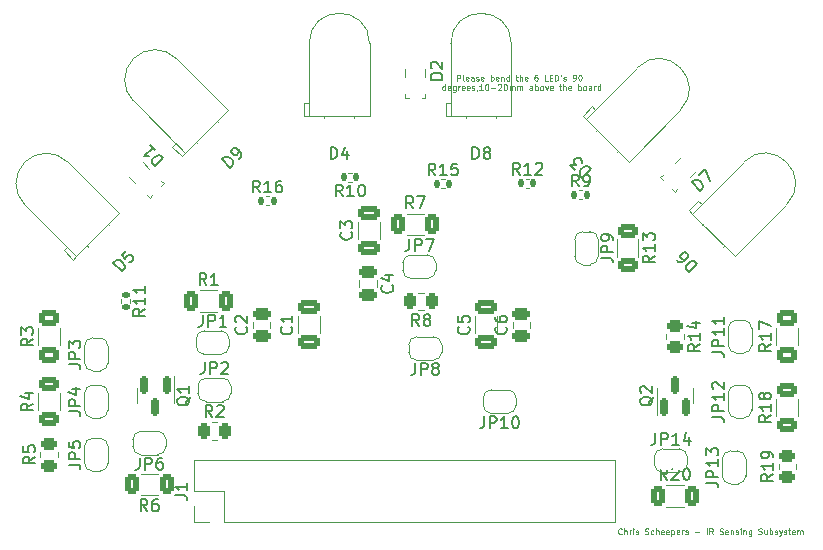
<source format=gbr>
%TF.GenerationSoftware,KiCad,Pcbnew,(6.0.4)*%
%TF.CreationDate,2024-03-24T21:34:19+02:00*%
%TF.ProjectId,KiCad Design IR Sensor,4b694361-6420-4446-9573-69676e204952,rev?*%
%TF.SameCoordinates,Original*%
%TF.FileFunction,Legend,Top*%
%TF.FilePolarity,Positive*%
%FSLAX46Y46*%
G04 Gerber Fmt 4.6, Leading zero omitted, Abs format (unit mm)*
G04 Created by KiCad (PCBNEW (6.0.4)) date 2024-03-24 21:34:19*
%MOMM*%
%LPD*%
G01*
G04 APERTURE LIST*
G04 Aperture macros list*
%AMRoundRect*
0 Rectangle with rounded corners*
0 $1 Rounding radius*
0 $2 $3 $4 $5 $6 $7 $8 $9 X,Y pos of 4 corners*
0 Add a 4 corners polygon primitive as box body*
4,1,4,$2,$3,$4,$5,$6,$7,$8,$9,$2,$3,0*
0 Add four circle primitives for the rounded corners*
1,1,$1+$1,$2,$3*
1,1,$1+$1,$4,$5*
1,1,$1+$1,$6,$7*
1,1,$1+$1,$8,$9*
0 Add four rect primitives between the rounded corners*
20,1,$1+$1,$2,$3,$4,$5,0*
20,1,$1+$1,$4,$5,$6,$7,0*
20,1,$1+$1,$6,$7,$8,$9,0*
20,1,$1+$1,$8,$9,$2,$3,0*%
%AMRotRect*
0 Rectangle, with rotation*
0 The origin of the aperture is its center*
0 $1 length*
0 $2 width*
0 $3 Rotation angle, in degrees counterclockwise*
0 Add horizontal line*
21,1,$1,$2,0,0,$3*%
%AMFreePoly0*
4,1,20,0.000000,0.744959,0.073905,0.744508,0.209726,0.703889,0.328688,0.626782,0.421226,0.519385,0.479903,0.390333,0.500000,0.250000,0.500000,-0.250000,0.499851,-0.262216,0.476331,-0.402017,0.414519,-0.529596,0.319384,-0.634700,0.198574,-0.708877,0.061801,-0.746166,0.000000,-0.745033,0.000000,-0.750000,-0.500000,-0.750000,-0.500000,0.750000,0.000000,0.750000,0.000000,0.744959,
0.000000,0.744959,$1*%
%AMFreePoly1*
4,1,22,0.500000,-0.750000,0.000000,-0.750000,0.000000,-0.745033,-0.079941,-0.743568,-0.215256,-0.701293,-0.333266,-0.622738,-0.424486,-0.514219,-0.481581,-0.384460,-0.499164,-0.250000,-0.500000,-0.250000,-0.500000,0.250000,-0.499164,0.250000,-0.499963,0.256109,-0.478152,0.396186,-0.417904,0.524511,-0.324060,0.630769,-0.204165,0.706417,-0.067858,0.745374,0.000000,0.744959,0.000000,0.750000,
0.500000,0.750000,0.500000,-0.750000,0.500000,-0.750000,$1*%
G04 Aperture macros list end*
%ADD10C,0.125000*%
%ADD11C,0.150000*%
%ADD12C,0.120000*%
%ADD13C,0.200000*%
%ADD14FreePoly0,90.000000*%
%ADD15FreePoly1,90.000000*%
%ADD16C,1.800000*%
%ADD17RotRect,1.800000X1.800000X225.000000*%
%ADD18RoundRect,0.150000X-0.150000X0.587500X-0.150000X-0.587500X0.150000X-0.587500X0.150000X0.587500X0*%
%ADD19FreePoly0,0.000000*%
%ADD20FreePoly1,0.000000*%
%ADD21FreePoly1,270.000000*%
%ADD22FreePoly0,270.000000*%
%ADD23RoundRect,0.150000X0.150000X-0.587500X0.150000X0.587500X-0.150000X0.587500X-0.150000X-0.587500X0*%
%ADD24RotRect,1.800000X1.800000X135.000000*%
%ADD25RoundRect,0.135000X0.135000X0.185000X-0.135000X0.185000X-0.135000X-0.185000X0.135000X-0.185000X0*%
%ADD26R,1.800000X1.800000*%
%ADD27RoundRect,0.250000X0.475000X-0.250000X0.475000X0.250000X-0.475000X0.250000X-0.475000X-0.250000X0*%
%ADD28RoundRect,0.250000X-0.475000X0.250000X-0.475000X-0.250000X0.475000X-0.250000X0.475000X0.250000X0*%
%ADD29RoundRect,0.250000X-0.312500X-0.625000X0.312500X-0.625000X0.312500X0.625000X-0.312500X0.625000X0*%
%ADD30RoundRect,0.250000X0.450000X-0.262500X0.450000X0.262500X-0.450000X0.262500X-0.450000X-0.262500X0*%
%ADD31RoundRect,0.250000X0.625000X-0.312500X0.625000X0.312500X-0.625000X0.312500X-0.625000X-0.312500X0*%
%ADD32RoundRect,0.250000X0.625000X-0.400000X0.625000X0.400000X-0.625000X0.400000X-0.625000X-0.400000X0*%
%ADD33RoundRect,0.135000X-0.135000X-0.185000X0.135000X-0.185000X0.135000X0.185000X-0.135000X0.185000X0*%
%ADD34RoundRect,0.250000X-0.450000X0.262500X-0.450000X-0.262500X0.450000X-0.262500X0.450000X0.262500X0*%
%ADD35RoundRect,0.250000X-0.625000X0.312500X-0.625000X-0.312500X0.625000X-0.312500X0.625000X0.312500X0*%
%ADD36RoundRect,0.135000X-0.185000X0.135000X-0.185000X-0.135000X0.185000X-0.135000X0.185000X0.135000X0*%
%ADD37RoundRect,0.250000X0.262500X0.450000X-0.262500X0.450000X-0.262500X-0.450000X0.262500X-0.450000X0*%
%ADD38RoundRect,0.250000X0.312500X0.625000X-0.312500X0.625000X-0.312500X-0.625000X0.312500X-0.625000X0*%
%ADD39RoundRect,0.250000X-0.262500X-0.450000X0.262500X-0.450000X0.262500X0.450000X-0.262500X0.450000X0*%
%ADD40RoundRect,0.250000X0.650000X-0.325000X0.650000X0.325000X-0.650000X0.325000X-0.650000X-0.325000X0*%
%ADD41RotRect,1.800000X1.800000X315.000000*%
%ADD42FreePoly1,180.000000*%
%ADD43FreePoly0,180.000000*%
%ADD44R,1.700000X1.700000*%
%ADD45O,1.700000X1.700000*%
G04 APERTURE END LIST*
D10*
X159488095Y-110178571D02*
X159464285Y-110202380D01*
X159392857Y-110226190D01*
X159345238Y-110226190D01*
X159273809Y-110202380D01*
X159226190Y-110154761D01*
X159202380Y-110107142D01*
X159178571Y-110011904D01*
X159178571Y-109940476D01*
X159202380Y-109845238D01*
X159226190Y-109797619D01*
X159273809Y-109750000D01*
X159345238Y-109726190D01*
X159392857Y-109726190D01*
X159464285Y-109750000D01*
X159488095Y-109773809D01*
X159702380Y-110226190D02*
X159702380Y-109726190D01*
X159916666Y-110226190D02*
X159916666Y-109964285D01*
X159892857Y-109916666D01*
X159845238Y-109892857D01*
X159773809Y-109892857D01*
X159726190Y-109916666D01*
X159702380Y-109940476D01*
X160154761Y-110226190D02*
X160154761Y-109892857D01*
X160154761Y-109988095D02*
X160178571Y-109940476D01*
X160202380Y-109916666D01*
X160250000Y-109892857D01*
X160297619Y-109892857D01*
X160464285Y-110226190D02*
X160464285Y-109892857D01*
X160464285Y-109726190D02*
X160440476Y-109750000D01*
X160464285Y-109773809D01*
X160488095Y-109750000D01*
X160464285Y-109726190D01*
X160464285Y-109773809D01*
X160678571Y-110202380D02*
X160726190Y-110226190D01*
X160821428Y-110226190D01*
X160869047Y-110202380D01*
X160892857Y-110154761D01*
X160892857Y-110130952D01*
X160869047Y-110083333D01*
X160821428Y-110059523D01*
X160750000Y-110059523D01*
X160702380Y-110035714D01*
X160678571Y-109988095D01*
X160678571Y-109964285D01*
X160702380Y-109916666D01*
X160750000Y-109892857D01*
X160821428Y-109892857D01*
X160869047Y-109916666D01*
X161464285Y-110202380D02*
X161535714Y-110226190D01*
X161654761Y-110226190D01*
X161702380Y-110202380D01*
X161726190Y-110178571D01*
X161750000Y-110130952D01*
X161750000Y-110083333D01*
X161726190Y-110035714D01*
X161702380Y-110011904D01*
X161654761Y-109988095D01*
X161559523Y-109964285D01*
X161511904Y-109940476D01*
X161488095Y-109916666D01*
X161464285Y-109869047D01*
X161464285Y-109821428D01*
X161488095Y-109773809D01*
X161511904Y-109750000D01*
X161559523Y-109726190D01*
X161678571Y-109726190D01*
X161750000Y-109750000D01*
X162178571Y-110202380D02*
X162130952Y-110226190D01*
X162035714Y-110226190D01*
X161988095Y-110202380D01*
X161964285Y-110178571D01*
X161940476Y-110130952D01*
X161940476Y-109988095D01*
X161964285Y-109940476D01*
X161988095Y-109916666D01*
X162035714Y-109892857D01*
X162130952Y-109892857D01*
X162178571Y-109916666D01*
X162392857Y-110226190D02*
X162392857Y-109726190D01*
X162607142Y-110226190D02*
X162607142Y-109964285D01*
X162583333Y-109916666D01*
X162535714Y-109892857D01*
X162464285Y-109892857D01*
X162416666Y-109916666D01*
X162392857Y-109940476D01*
X163035714Y-110202380D02*
X162988095Y-110226190D01*
X162892857Y-110226190D01*
X162845238Y-110202380D01*
X162821428Y-110154761D01*
X162821428Y-109964285D01*
X162845238Y-109916666D01*
X162892857Y-109892857D01*
X162988095Y-109892857D01*
X163035714Y-109916666D01*
X163059523Y-109964285D01*
X163059523Y-110011904D01*
X162821428Y-110059523D01*
X163464285Y-110202380D02*
X163416666Y-110226190D01*
X163321428Y-110226190D01*
X163273809Y-110202380D01*
X163250000Y-110154761D01*
X163250000Y-109964285D01*
X163273809Y-109916666D01*
X163321428Y-109892857D01*
X163416666Y-109892857D01*
X163464285Y-109916666D01*
X163488095Y-109964285D01*
X163488095Y-110011904D01*
X163250000Y-110059523D01*
X163702380Y-109892857D02*
X163702380Y-110392857D01*
X163702380Y-109916666D02*
X163750000Y-109892857D01*
X163845238Y-109892857D01*
X163892857Y-109916666D01*
X163916666Y-109940476D01*
X163940476Y-109988095D01*
X163940476Y-110130952D01*
X163916666Y-110178571D01*
X163892857Y-110202380D01*
X163845238Y-110226190D01*
X163750000Y-110226190D01*
X163702380Y-110202380D01*
X164345238Y-110202380D02*
X164297619Y-110226190D01*
X164202380Y-110226190D01*
X164154761Y-110202380D01*
X164130952Y-110154761D01*
X164130952Y-109964285D01*
X164154761Y-109916666D01*
X164202380Y-109892857D01*
X164297619Y-109892857D01*
X164345238Y-109916666D01*
X164369047Y-109964285D01*
X164369047Y-110011904D01*
X164130952Y-110059523D01*
X164583333Y-110226190D02*
X164583333Y-109892857D01*
X164583333Y-109988095D02*
X164607142Y-109940476D01*
X164630952Y-109916666D01*
X164678571Y-109892857D01*
X164726190Y-109892857D01*
X164869047Y-110202380D02*
X164916666Y-110226190D01*
X165011904Y-110226190D01*
X165059523Y-110202380D01*
X165083333Y-110154761D01*
X165083333Y-110130952D01*
X165059523Y-110083333D01*
X165011904Y-110059523D01*
X164940476Y-110059523D01*
X164892857Y-110035714D01*
X164869047Y-109988095D01*
X164869047Y-109964285D01*
X164892857Y-109916666D01*
X164940476Y-109892857D01*
X165011904Y-109892857D01*
X165059523Y-109916666D01*
X165678571Y-110035714D02*
X166059523Y-110035714D01*
X166678571Y-110226190D02*
X166678571Y-109726190D01*
X167202380Y-110226190D02*
X167035714Y-109988095D01*
X166916666Y-110226190D02*
X166916666Y-109726190D01*
X167107142Y-109726190D01*
X167154761Y-109750000D01*
X167178571Y-109773809D01*
X167202380Y-109821428D01*
X167202380Y-109892857D01*
X167178571Y-109940476D01*
X167154761Y-109964285D01*
X167107142Y-109988095D01*
X166916666Y-109988095D01*
X167773809Y-110202380D02*
X167845238Y-110226190D01*
X167964285Y-110226190D01*
X168011904Y-110202380D01*
X168035714Y-110178571D01*
X168059523Y-110130952D01*
X168059523Y-110083333D01*
X168035714Y-110035714D01*
X168011904Y-110011904D01*
X167964285Y-109988095D01*
X167869047Y-109964285D01*
X167821428Y-109940476D01*
X167797619Y-109916666D01*
X167773809Y-109869047D01*
X167773809Y-109821428D01*
X167797619Y-109773809D01*
X167821428Y-109750000D01*
X167869047Y-109726190D01*
X167988095Y-109726190D01*
X168059523Y-109750000D01*
X168464285Y-110202380D02*
X168416666Y-110226190D01*
X168321428Y-110226190D01*
X168273809Y-110202380D01*
X168250000Y-110154761D01*
X168250000Y-109964285D01*
X168273809Y-109916666D01*
X168321428Y-109892857D01*
X168416666Y-109892857D01*
X168464285Y-109916666D01*
X168488095Y-109964285D01*
X168488095Y-110011904D01*
X168250000Y-110059523D01*
X168702380Y-109892857D02*
X168702380Y-110226190D01*
X168702380Y-109940476D02*
X168726190Y-109916666D01*
X168773809Y-109892857D01*
X168845238Y-109892857D01*
X168892857Y-109916666D01*
X168916666Y-109964285D01*
X168916666Y-110226190D01*
X169130952Y-110202380D02*
X169178571Y-110226190D01*
X169273809Y-110226190D01*
X169321428Y-110202380D01*
X169345238Y-110154761D01*
X169345238Y-110130952D01*
X169321428Y-110083333D01*
X169273809Y-110059523D01*
X169202380Y-110059523D01*
X169154761Y-110035714D01*
X169130952Y-109988095D01*
X169130952Y-109964285D01*
X169154761Y-109916666D01*
X169202380Y-109892857D01*
X169273809Y-109892857D01*
X169321428Y-109916666D01*
X169559523Y-110226190D02*
X169559523Y-109892857D01*
X169559523Y-109726190D02*
X169535714Y-109750000D01*
X169559523Y-109773809D01*
X169583333Y-109750000D01*
X169559523Y-109726190D01*
X169559523Y-109773809D01*
X169797619Y-109892857D02*
X169797619Y-110226190D01*
X169797619Y-109940476D02*
X169821428Y-109916666D01*
X169869047Y-109892857D01*
X169940476Y-109892857D01*
X169988095Y-109916666D01*
X170011904Y-109964285D01*
X170011904Y-110226190D01*
X170464285Y-109892857D02*
X170464285Y-110297619D01*
X170440476Y-110345238D01*
X170416666Y-110369047D01*
X170369047Y-110392857D01*
X170297619Y-110392857D01*
X170250000Y-110369047D01*
X170464285Y-110202380D02*
X170416666Y-110226190D01*
X170321428Y-110226190D01*
X170273809Y-110202380D01*
X170250000Y-110178571D01*
X170226190Y-110130952D01*
X170226190Y-109988095D01*
X170250000Y-109940476D01*
X170273809Y-109916666D01*
X170321428Y-109892857D01*
X170416666Y-109892857D01*
X170464285Y-109916666D01*
X171059523Y-110202380D02*
X171130952Y-110226190D01*
X171250000Y-110226190D01*
X171297619Y-110202380D01*
X171321428Y-110178571D01*
X171345238Y-110130952D01*
X171345238Y-110083333D01*
X171321428Y-110035714D01*
X171297619Y-110011904D01*
X171250000Y-109988095D01*
X171154761Y-109964285D01*
X171107142Y-109940476D01*
X171083333Y-109916666D01*
X171059523Y-109869047D01*
X171059523Y-109821428D01*
X171083333Y-109773809D01*
X171107142Y-109750000D01*
X171154761Y-109726190D01*
X171273809Y-109726190D01*
X171345238Y-109750000D01*
X171773809Y-109892857D02*
X171773809Y-110226190D01*
X171559523Y-109892857D02*
X171559523Y-110154761D01*
X171583333Y-110202380D01*
X171630952Y-110226190D01*
X171702380Y-110226190D01*
X171750000Y-110202380D01*
X171773809Y-110178571D01*
X172011904Y-110226190D02*
X172011904Y-109726190D01*
X172011904Y-109916666D02*
X172059523Y-109892857D01*
X172154761Y-109892857D01*
X172202380Y-109916666D01*
X172226190Y-109940476D01*
X172250000Y-109988095D01*
X172250000Y-110130952D01*
X172226190Y-110178571D01*
X172202380Y-110202380D01*
X172154761Y-110226190D01*
X172059523Y-110226190D01*
X172011904Y-110202380D01*
X172440476Y-110202380D02*
X172488095Y-110226190D01*
X172583333Y-110226190D01*
X172630952Y-110202380D01*
X172654761Y-110154761D01*
X172654761Y-110130952D01*
X172630952Y-110083333D01*
X172583333Y-110059523D01*
X172511904Y-110059523D01*
X172464285Y-110035714D01*
X172440476Y-109988095D01*
X172440476Y-109964285D01*
X172464285Y-109916666D01*
X172511904Y-109892857D01*
X172583333Y-109892857D01*
X172630952Y-109916666D01*
X172821428Y-109892857D02*
X172940476Y-110226190D01*
X173059523Y-109892857D02*
X172940476Y-110226190D01*
X172892857Y-110345238D01*
X172869047Y-110369047D01*
X172821428Y-110392857D01*
X173226190Y-110202380D02*
X173273809Y-110226190D01*
X173369047Y-110226190D01*
X173416666Y-110202380D01*
X173440476Y-110154761D01*
X173440476Y-110130952D01*
X173416666Y-110083333D01*
X173369047Y-110059523D01*
X173297619Y-110059523D01*
X173250000Y-110035714D01*
X173226190Y-109988095D01*
X173226190Y-109964285D01*
X173250000Y-109916666D01*
X173297619Y-109892857D01*
X173369047Y-109892857D01*
X173416666Y-109916666D01*
X173583333Y-109892857D02*
X173773809Y-109892857D01*
X173654761Y-109726190D02*
X173654761Y-110154761D01*
X173678571Y-110202380D01*
X173726190Y-110226190D01*
X173773809Y-110226190D01*
X174130952Y-110202380D02*
X174083333Y-110226190D01*
X173988095Y-110226190D01*
X173940476Y-110202380D01*
X173916666Y-110154761D01*
X173916666Y-109964285D01*
X173940476Y-109916666D01*
X173988095Y-109892857D01*
X174083333Y-109892857D01*
X174130952Y-109916666D01*
X174154761Y-109964285D01*
X174154761Y-110011904D01*
X173916666Y-110059523D01*
X174369047Y-110226190D02*
X174369047Y-109892857D01*
X174369047Y-109940476D02*
X174392857Y-109916666D01*
X174440476Y-109892857D01*
X174511904Y-109892857D01*
X174559523Y-109916666D01*
X174583333Y-109964285D01*
X174583333Y-110226190D01*
X174583333Y-109964285D02*
X174607142Y-109916666D01*
X174654761Y-109892857D01*
X174726190Y-109892857D01*
X174773809Y-109916666D01*
X174797619Y-109964285D01*
X174797619Y-110226190D01*
X145547619Y-71823690D02*
X145547619Y-71323690D01*
X145738095Y-71323690D01*
X145785714Y-71347500D01*
X145809523Y-71371309D01*
X145833333Y-71418928D01*
X145833333Y-71490357D01*
X145809523Y-71537976D01*
X145785714Y-71561785D01*
X145738095Y-71585595D01*
X145547619Y-71585595D01*
X146119047Y-71823690D02*
X146071428Y-71799880D01*
X146047619Y-71752261D01*
X146047619Y-71323690D01*
X146500000Y-71799880D02*
X146452380Y-71823690D01*
X146357142Y-71823690D01*
X146309523Y-71799880D01*
X146285714Y-71752261D01*
X146285714Y-71561785D01*
X146309523Y-71514166D01*
X146357142Y-71490357D01*
X146452380Y-71490357D01*
X146500000Y-71514166D01*
X146523809Y-71561785D01*
X146523809Y-71609404D01*
X146285714Y-71657023D01*
X146952380Y-71823690D02*
X146952380Y-71561785D01*
X146928571Y-71514166D01*
X146880952Y-71490357D01*
X146785714Y-71490357D01*
X146738095Y-71514166D01*
X146952380Y-71799880D02*
X146904761Y-71823690D01*
X146785714Y-71823690D01*
X146738095Y-71799880D01*
X146714285Y-71752261D01*
X146714285Y-71704642D01*
X146738095Y-71657023D01*
X146785714Y-71633214D01*
X146904761Y-71633214D01*
X146952380Y-71609404D01*
X147166666Y-71799880D02*
X147214285Y-71823690D01*
X147309523Y-71823690D01*
X147357142Y-71799880D01*
X147380952Y-71752261D01*
X147380952Y-71728452D01*
X147357142Y-71680833D01*
X147309523Y-71657023D01*
X147238095Y-71657023D01*
X147190476Y-71633214D01*
X147166666Y-71585595D01*
X147166666Y-71561785D01*
X147190476Y-71514166D01*
X147238095Y-71490357D01*
X147309523Y-71490357D01*
X147357142Y-71514166D01*
X147785714Y-71799880D02*
X147738095Y-71823690D01*
X147642857Y-71823690D01*
X147595238Y-71799880D01*
X147571428Y-71752261D01*
X147571428Y-71561785D01*
X147595238Y-71514166D01*
X147642857Y-71490357D01*
X147738095Y-71490357D01*
X147785714Y-71514166D01*
X147809523Y-71561785D01*
X147809523Y-71609404D01*
X147571428Y-71657023D01*
X148404761Y-71823690D02*
X148404761Y-71323690D01*
X148404761Y-71514166D02*
X148452380Y-71490357D01*
X148547619Y-71490357D01*
X148595238Y-71514166D01*
X148619047Y-71537976D01*
X148642857Y-71585595D01*
X148642857Y-71728452D01*
X148619047Y-71776071D01*
X148595238Y-71799880D01*
X148547619Y-71823690D01*
X148452380Y-71823690D01*
X148404761Y-71799880D01*
X149047619Y-71799880D02*
X149000000Y-71823690D01*
X148904761Y-71823690D01*
X148857142Y-71799880D01*
X148833333Y-71752261D01*
X148833333Y-71561785D01*
X148857142Y-71514166D01*
X148904761Y-71490357D01*
X149000000Y-71490357D01*
X149047619Y-71514166D01*
X149071428Y-71561785D01*
X149071428Y-71609404D01*
X148833333Y-71657023D01*
X149285714Y-71490357D02*
X149285714Y-71823690D01*
X149285714Y-71537976D02*
X149309523Y-71514166D01*
X149357142Y-71490357D01*
X149428571Y-71490357D01*
X149476190Y-71514166D01*
X149500000Y-71561785D01*
X149500000Y-71823690D01*
X149952380Y-71823690D02*
X149952380Y-71323690D01*
X149952380Y-71799880D02*
X149904761Y-71823690D01*
X149809523Y-71823690D01*
X149761904Y-71799880D01*
X149738095Y-71776071D01*
X149714285Y-71728452D01*
X149714285Y-71585595D01*
X149738095Y-71537976D01*
X149761904Y-71514166D01*
X149809523Y-71490357D01*
X149904761Y-71490357D01*
X149952380Y-71514166D01*
X150500000Y-71490357D02*
X150690476Y-71490357D01*
X150571428Y-71323690D02*
X150571428Y-71752261D01*
X150595238Y-71799880D01*
X150642857Y-71823690D01*
X150690476Y-71823690D01*
X150857142Y-71823690D02*
X150857142Y-71323690D01*
X151071428Y-71823690D02*
X151071428Y-71561785D01*
X151047619Y-71514166D01*
X151000000Y-71490357D01*
X150928571Y-71490357D01*
X150880952Y-71514166D01*
X150857142Y-71537976D01*
X151500000Y-71799880D02*
X151452380Y-71823690D01*
X151357142Y-71823690D01*
X151309523Y-71799880D01*
X151285714Y-71752261D01*
X151285714Y-71561785D01*
X151309523Y-71514166D01*
X151357142Y-71490357D01*
X151452380Y-71490357D01*
X151500000Y-71514166D01*
X151523809Y-71561785D01*
X151523809Y-71609404D01*
X151285714Y-71657023D01*
X152333333Y-71323690D02*
X152238095Y-71323690D01*
X152190476Y-71347500D01*
X152166666Y-71371309D01*
X152119047Y-71442738D01*
X152095238Y-71537976D01*
X152095238Y-71728452D01*
X152119047Y-71776071D01*
X152142857Y-71799880D01*
X152190476Y-71823690D01*
X152285714Y-71823690D01*
X152333333Y-71799880D01*
X152357142Y-71776071D01*
X152380952Y-71728452D01*
X152380952Y-71609404D01*
X152357142Y-71561785D01*
X152333333Y-71537976D01*
X152285714Y-71514166D01*
X152190476Y-71514166D01*
X152142857Y-71537976D01*
X152119047Y-71561785D01*
X152095238Y-71609404D01*
X153214285Y-71823690D02*
X152976190Y-71823690D01*
X152976190Y-71323690D01*
X153380952Y-71561785D02*
X153547619Y-71561785D01*
X153619047Y-71823690D02*
X153380952Y-71823690D01*
X153380952Y-71323690D01*
X153619047Y-71323690D01*
X153833333Y-71823690D02*
X153833333Y-71323690D01*
X153952380Y-71323690D01*
X154023809Y-71347500D01*
X154071428Y-71395119D01*
X154095238Y-71442738D01*
X154119047Y-71537976D01*
X154119047Y-71609404D01*
X154095238Y-71704642D01*
X154071428Y-71752261D01*
X154023809Y-71799880D01*
X153952380Y-71823690D01*
X153833333Y-71823690D01*
X154357142Y-71323690D02*
X154309523Y-71418928D01*
X154547619Y-71799880D02*
X154595238Y-71823690D01*
X154690476Y-71823690D01*
X154738095Y-71799880D01*
X154761904Y-71752261D01*
X154761904Y-71728452D01*
X154738095Y-71680833D01*
X154690476Y-71657023D01*
X154619047Y-71657023D01*
X154571428Y-71633214D01*
X154547619Y-71585595D01*
X154547619Y-71561785D01*
X154571428Y-71514166D01*
X154619047Y-71490357D01*
X154690476Y-71490357D01*
X154738095Y-71514166D01*
X155380952Y-71823690D02*
X155476190Y-71823690D01*
X155523809Y-71799880D01*
X155547619Y-71776071D01*
X155595238Y-71704642D01*
X155619047Y-71609404D01*
X155619047Y-71418928D01*
X155595238Y-71371309D01*
X155571428Y-71347500D01*
X155523809Y-71323690D01*
X155428571Y-71323690D01*
X155380952Y-71347500D01*
X155357142Y-71371309D01*
X155333333Y-71418928D01*
X155333333Y-71537976D01*
X155357142Y-71585595D01*
X155380952Y-71609404D01*
X155428571Y-71633214D01*
X155523809Y-71633214D01*
X155571428Y-71609404D01*
X155595238Y-71585595D01*
X155619047Y-71537976D01*
X155928571Y-71323690D02*
X155976190Y-71323690D01*
X156023809Y-71347500D01*
X156047619Y-71371309D01*
X156071428Y-71418928D01*
X156095238Y-71514166D01*
X156095238Y-71633214D01*
X156071428Y-71728452D01*
X156047619Y-71776071D01*
X156023809Y-71799880D01*
X155976190Y-71823690D01*
X155928571Y-71823690D01*
X155880952Y-71799880D01*
X155857142Y-71776071D01*
X155833333Y-71728452D01*
X155809523Y-71633214D01*
X155809523Y-71514166D01*
X155833333Y-71418928D01*
X155857142Y-71371309D01*
X155880952Y-71347500D01*
X155928571Y-71323690D01*
X144535714Y-72628690D02*
X144535714Y-72128690D01*
X144535714Y-72604880D02*
X144488095Y-72628690D01*
X144392857Y-72628690D01*
X144345238Y-72604880D01*
X144321428Y-72581071D01*
X144297619Y-72533452D01*
X144297619Y-72390595D01*
X144321428Y-72342976D01*
X144345238Y-72319166D01*
X144392857Y-72295357D01*
X144488095Y-72295357D01*
X144535714Y-72319166D01*
X144964285Y-72604880D02*
X144916666Y-72628690D01*
X144821428Y-72628690D01*
X144773809Y-72604880D01*
X144750000Y-72557261D01*
X144750000Y-72366785D01*
X144773809Y-72319166D01*
X144821428Y-72295357D01*
X144916666Y-72295357D01*
X144964285Y-72319166D01*
X144988095Y-72366785D01*
X144988095Y-72414404D01*
X144750000Y-72462023D01*
X145416666Y-72295357D02*
X145416666Y-72700119D01*
X145392857Y-72747738D01*
X145369047Y-72771547D01*
X145321428Y-72795357D01*
X145250000Y-72795357D01*
X145202380Y-72771547D01*
X145416666Y-72604880D02*
X145369047Y-72628690D01*
X145273809Y-72628690D01*
X145226190Y-72604880D01*
X145202380Y-72581071D01*
X145178571Y-72533452D01*
X145178571Y-72390595D01*
X145202380Y-72342976D01*
X145226190Y-72319166D01*
X145273809Y-72295357D01*
X145369047Y-72295357D01*
X145416666Y-72319166D01*
X145654761Y-72628690D02*
X145654761Y-72295357D01*
X145654761Y-72390595D02*
X145678571Y-72342976D01*
X145702380Y-72319166D01*
X145750000Y-72295357D01*
X145797619Y-72295357D01*
X146154761Y-72604880D02*
X146107142Y-72628690D01*
X146011904Y-72628690D01*
X145964285Y-72604880D01*
X145940476Y-72557261D01*
X145940476Y-72366785D01*
X145964285Y-72319166D01*
X146011904Y-72295357D01*
X146107142Y-72295357D01*
X146154761Y-72319166D01*
X146178571Y-72366785D01*
X146178571Y-72414404D01*
X145940476Y-72462023D01*
X146583333Y-72604880D02*
X146535714Y-72628690D01*
X146440476Y-72628690D01*
X146392857Y-72604880D01*
X146369047Y-72557261D01*
X146369047Y-72366785D01*
X146392857Y-72319166D01*
X146440476Y-72295357D01*
X146535714Y-72295357D01*
X146583333Y-72319166D01*
X146607142Y-72366785D01*
X146607142Y-72414404D01*
X146369047Y-72462023D01*
X146797619Y-72604880D02*
X146845238Y-72628690D01*
X146940476Y-72628690D01*
X146988095Y-72604880D01*
X147011904Y-72557261D01*
X147011904Y-72533452D01*
X146988095Y-72485833D01*
X146940476Y-72462023D01*
X146869047Y-72462023D01*
X146821428Y-72438214D01*
X146797619Y-72390595D01*
X146797619Y-72366785D01*
X146821428Y-72319166D01*
X146869047Y-72295357D01*
X146940476Y-72295357D01*
X146988095Y-72319166D01*
X147250000Y-72604880D02*
X147250000Y-72628690D01*
X147226190Y-72676309D01*
X147202380Y-72700119D01*
X147726190Y-72628690D02*
X147440476Y-72628690D01*
X147583333Y-72628690D02*
X147583333Y-72128690D01*
X147535714Y-72200119D01*
X147488095Y-72247738D01*
X147440476Y-72271547D01*
X148035714Y-72128690D02*
X148083333Y-72128690D01*
X148130952Y-72152500D01*
X148154761Y-72176309D01*
X148178571Y-72223928D01*
X148202380Y-72319166D01*
X148202380Y-72438214D01*
X148178571Y-72533452D01*
X148154761Y-72581071D01*
X148130952Y-72604880D01*
X148083333Y-72628690D01*
X148035714Y-72628690D01*
X147988095Y-72604880D01*
X147964285Y-72581071D01*
X147940476Y-72533452D01*
X147916666Y-72438214D01*
X147916666Y-72319166D01*
X147940476Y-72223928D01*
X147964285Y-72176309D01*
X147988095Y-72152500D01*
X148035714Y-72128690D01*
X148416666Y-72438214D02*
X148797619Y-72438214D01*
X149011904Y-72176309D02*
X149035714Y-72152500D01*
X149083333Y-72128690D01*
X149202380Y-72128690D01*
X149250000Y-72152500D01*
X149273809Y-72176309D01*
X149297619Y-72223928D01*
X149297619Y-72271547D01*
X149273809Y-72342976D01*
X148988095Y-72628690D01*
X149297619Y-72628690D01*
X149607142Y-72128690D02*
X149654761Y-72128690D01*
X149702380Y-72152500D01*
X149726190Y-72176309D01*
X149750000Y-72223928D01*
X149773809Y-72319166D01*
X149773809Y-72438214D01*
X149750000Y-72533452D01*
X149726190Y-72581071D01*
X149702380Y-72604880D01*
X149654761Y-72628690D01*
X149607142Y-72628690D01*
X149559523Y-72604880D01*
X149535714Y-72581071D01*
X149511904Y-72533452D01*
X149488095Y-72438214D01*
X149488095Y-72319166D01*
X149511904Y-72223928D01*
X149535714Y-72176309D01*
X149559523Y-72152500D01*
X149607142Y-72128690D01*
X149988095Y-72628690D02*
X149988095Y-72295357D01*
X149988095Y-72342976D02*
X150011904Y-72319166D01*
X150059523Y-72295357D01*
X150130952Y-72295357D01*
X150178571Y-72319166D01*
X150202380Y-72366785D01*
X150202380Y-72628690D01*
X150202380Y-72366785D02*
X150226190Y-72319166D01*
X150273809Y-72295357D01*
X150345238Y-72295357D01*
X150392857Y-72319166D01*
X150416666Y-72366785D01*
X150416666Y-72628690D01*
X150654761Y-72628690D02*
X150654761Y-72295357D01*
X150654761Y-72342976D02*
X150678571Y-72319166D01*
X150726190Y-72295357D01*
X150797619Y-72295357D01*
X150845238Y-72319166D01*
X150869047Y-72366785D01*
X150869047Y-72628690D01*
X150869047Y-72366785D02*
X150892857Y-72319166D01*
X150940476Y-72295357D01*
X151011904Y-72295357D01*
X151059523Y-72319166D01*
X151083333Y-72366785D01*
X151083333Y-72628690D01*
X151916666Y-72628690D02*
X151916666Y-72366785D01*
X151892857Y-72319166D01*
X151845238Y-72295357D01*
X151750000Y-72295357D01*
X151702380Y-72319166D01*
X151916666Y-72604880D02*
X151869047Y-72628690D01*
X151750000Y-72628690D01*
X151702380Y-72604880D01*
X151678571Y-72557261D01*
X151678571Y-72509642D01*
X151702380Y-72462023D01*
X151750000Y-72438214D01*
X151869047Y-72438214D01*
X151916666Y-72414404D01*
X152154761Y-72628690D02*
X152154761Y-72128690D01*
X152154761Y-72319166D02*
X152202380Y-72295357D01*
X152297619Y-72295357D01*
X152345238Y-72319166D01*
X152369047Y-72342976D01*
X152392857Y-72390595D01*
X152392857Y-72533452D01*
X152369047Y-72581071D01*
X152345238Y-72604880D01*
X152297619Y-72628690D01*
X152202380Y-72628690D01*
X152154761Y-72604880D01*
X152678571Y-72628690D02*
X152630952Y-72604880D01*
X152607142Y-72581071D01*
X152583333Y-72533452D01*
X152583333Y-72390595D01*
X152607142Y-72342976D01*
X152630952Y-72319166D01*
X152678571Y-72295357D01*
X152750000Y-72295357D01*
X152797619Y-72319166D01*
X152821428Y-72342976D01*
X152845238Y-72390595D01*
X152845238Y-72533452D01*
X152821428Y-72581071D01*
X152797619Y-72604880D01*
X152750000Y-72628690D01*
X152678571Y-72628690D01*
X153011904Y-72295357D02*
X153130952Y-72628690D01*
X153250000Y-72295357D01*
X153630952Y-72604880D02*
X153583333Y-72628690D01*
X153488095Y-72628690D01*
X153440476Y-72604880D01*
X153416666Y-72557261D01*
X153416666Y-72366785D01*
X153440476Y-72319166D01*
X153488095Y-72295357D01*
X153583333Y-72295357D01*
X153630952Y-72319166D01*
X153654761Y-72366785D01*
X153654761Y-72414404D01*
X153416666Y-72462023D01*
X154178571Y-72295357D02*
X154369047Y-72295357D01*
X154250000Y-72128690D02*
X154250000Y-72557261D01*
X154273809Y-72604880D01*
X154321428Y-72628690D01*
X154369047Y-72628690D01*
X154535714Y-72628690D02*
X154535714Y-72128690D01*
X154750000Y-72628690D02*
X154750000Y-72366785D01*
X154726190Y-72319166D01*
X154678571Y-72295357D01*
X154607142Y-72295357D01*
X154559523Y-72319166D01*
X154535714Y-72342976D01*
X155178571Y-72604880D02*
X155130952Y-72628690D01*
X155035714Y-72628690D01*
X154988095Y-72604880D01*
X154964285Y-72557261D01*
X154964285Y-72366785D01*
X154988095Y-72319166D01*
X155035714Y-72295357D01*
X155130952Y-72295357D01*
X155178571Y-72319166D01*
X155202380Y-72366785D01*
X155202380Y-72414404D01*
X154964285Y-72462023D01*
X155797619Y-72628690D02*
X155797619Y-72128690D01*
X155797619Y-72319166D02*
X155845238Y-72295357D01*
X155940476Y-72295357D01*
X155988095Y-72319166D01*
X156011904Y-72342976D01*
X156035714Y-72390595D01*
X156035714Y-72533452D01*
X156011904Y-72581071D01*
X155988095Y-72604880D01*
X155940476Y-72628690D01*
X155845238Y-72628690D01*
X155797619Y-72604880D01*
X156321428Y-72628690D02*
X156273809Y-72604880D01*
X156250000Y-72581071D01*
X156226190Y-72533452D01*
X156226190Y-72390595D01*
X156250000Y-72342976D01*
X156273809Y-72319166D01*
X156321428Y-72295357D01*
X156392857Y-72295357D01*
X156440476Y-72319166D01*
X156464285Y-72342976D01*
X156488095Y-72390595D01*
X156488095Y-72533452D01*
X156464285Y-72581071D01*
X156440476Y-72604880D01*
X156392857Y-72628690D01*
X156321428Y-72628690D01*
X156916666Y-72628690D02*
X156916666Y-72366785D01*
X156892857Y-72319166D01*
X156845238Y-72295357D01*
X156750000Y-72295357D01*
X156702380Y-72319166D01*
X156916666Y-72604880D02*
X156869047Y-72628690D01*
X156750000Y-72628690D01*
X156702380Y-72604880D01*
X156678571Y-72557261D01*
X156678571Y-72509642D01*
X156702380Y-72462023D01*
X156750000Y-72438214D01*
X156869047Y-72438214D01*
X156916666Y-72414404D01*
X157154761Y-72628690D02*
X157154761Y-72295357D01*
X157154761Y-72390595D02*
X157178571Y-72342976D01*
X157202380Y-72319166D01*
X157250000Y-72295357D01*
X157297619Y-72295357D01*
X157678571Y-72628690D02*
X157678571Y-72128690D01*
X157678571Y-72604880D02*
X157630952Y-72628690D01*
X157535714Y-72628690D01*
X157488095Y-72604880D01*
X157464285Y-72581071D01*
X157440476Y-72533452D01*
X157440476Y-72390595D01*
X157464285Y-72342976D01*
X157488095Y-72319166D01*
X157535714Y-72295357D01*
X157630952Y-72295357D01*
X157678571Y-72319166D01*
D11*
%TO.C,JP3*%
X112652380Y-95833333D02*
X113366666Y-95833333D01*
X113509523Y-95880952D01*
X113604761Y-95976190D01*
X113652380Y-96119047D01*
X113652380Y-96214285D01*
X113652380Y-95357142D02*
X112652380Y-95357142D01*
X112652380Y-94976190D01*
X112700000Y-94880952D01*
X112747619Y-94833333D01*
X112842857Y-94785714D01*
X112985714Y-94785714D01*
X113080952Y-94833333D01*
X113128571Y-94880952D01*
X113176190Y-94976190D01*
X113176190Y-95357142D01*
X112652380Y-94452380D02*
X112652380Y-93833333D01*
X113033333Y-94166666D01*
X113033333Y-94023809D01*
X113080952Y-93928571D01*
X113128571Y-93880952D01*
X113223809Y-93833333D01*
X113461904Y-93833333D01*
X113557142Y-93880952D01*
X113604761Y-93928571D01*
X113652380Y-94023809D01*
X113652380Y-94309523D01*
X113604761Y-94404761D01*
X113557142Y-94452380D01*
%TO.C,D9*%
X126361362Y-79201237D02*
X125654255Y-78494131D01*
X125822614Y-78325772D01*
X125957301Y-78258428D01*
X126091988Y-78258428D01*
X126193003Y-78292100D01*
X126361362Y-78393115D01*
X126462377Y-78494131D01*
X126563393Y-78662489D01*
X126597064Y-78763505D01*
X126597064Y-78898192D01*
X126529721Y-79032879D01*
X126361362Y-79201237D01*
X127102141Y-78460459D02*
X127236828Y-78325772D01*
X127270499Y-78224756D01*
X127270499Y-78157413D01*
X127236828Y-77989054D01*
X127135812Y-77820695D01*
X126866438Y-77551321D01*
X126765423Y-77517650D01*
X126698080Y-77517650D01*
X126597064Y-77551321D01*
X126462377Y-77686008D01*
X126428705Y-77787024D01*
X126428705Y-77854367D01*
X126462377Y-77955382D01*
X126630736Y-78123741D01*
X126731751Y-78157413D01*
X126799095Y-78157413D01*
X126900110Y-78123741D01*
X127034797Y-77989054D01*
X127068469Y-77888039D01*
X127068469Y-77820695D01*
X127034797Y-77719680D01*
%TO.C,D5*%
X117156138Y-87963979D02*
X116449031Y-87256873D01*
X116617390Y-87088514D01*
X116752077Y-87021170D01*
X116886764Y-87021170D01*
X116987779Y-87054842D01*
X117156138Y-87155857D01*
X117257153Y-87256873D01*
X117358169Y-87425231D01*
X117391840Y-87526247D01*
X117391840Y-87660934D01*
X117324497Y-87795621D01*
X117156138Y-87963979D01*
X117492856Y-86213048D02*
X117156138Y-86549766D01*
X117459184Y-86920155D01*
X117459184Y-86852811D01*
X117492856Y-86751796D01*
X117661214Y-86583437D01*
X117762230Y-86549766D01*
X117829573Y-86549766D01*
X117930588Y-86583437D01*
X118098947Y-86751796D01*
X118132619Y-86852811D01*
X118132619Y-86920155D01*
X118098947Y-87021170D01*
X117930588Y-87189529D01*
X117829573Y-87223201D01*
X117762230Y-87223201D01*
%TO.C,Q1*%
X122947619Y-98595238D02*
X122900000Y-98690476D01*
X122804761Y-98785714D01*
X122661904Y-98928571D01*
X122614285Y-99023809D01*
X122614285Y-99119047D01*
X122852380Y-99071428D02*
X122804761Y-99166666D01*
X122709523Y-99261904D01*
X122519047Y-99309523D01*
X122185714Y-99309523D01*
X121995238Y-99261904D01*
X121900000Y-99166666D01*
X121852380Y-99071428D01*
X121852380Y-98880952D01*
X121900000Y-98785714D01*
X121995238Y-98690476D01*
X122185714Y-98642857D01*
X122519047Y-98642857D01*
X122709523Y-98690476D01*
X122804761Y-98785714D01*
X122852380Y-98880952D01*
X122852380Y-99071428D01*
X122852380Y-97690476D02*
X122852380Y-98261904D01*
X122852380Y-97976190D02*
X121852380Y-97976190D01*
X121995238Y-98071428D01*
X122090476Y-98166666D01*
X122138095Y-98261904D01*
%TO.C,JP2*%
X124166666Y-95652380D02*
X124166666Y-96366666D01*
X124119047Y-96509523D01*
X124023809Y-96604761D01*
X123880952Y-96652380D01*
X123785714Y-96652380D01*
X124642857Y-96652380D02*
X124642857Y-95652380D01*
X125023809Y-95652380D01*
X125119047Y-95700000D01*
X125166666Y-95747619D01*
X125214285Y-95842857D01*
X125214285Y-95985714D01*
X125166666Y-96080952D01*
X125119047Y-96128571D01*
X125023809Y-96176190D01*
X124642857Y-96176190D01*
X125595238Y-95747619D02*
X125642857Y-95700000D01*
X125738095Y-95652380D01*
X125976190Y-95652380D01*
X126071428Y-95700000D01*
X126119047Y-95747619D01*
X126166666Y-95842857D01*
X126166666Y-95938095D01*
X126119047Y-96080952D01*
X125547619Y-96652380D01*
X126166666Y-96652380D01*
%TO.C,JP9*%
X157752380Y-86833333D02*
X158466666Y-86833333D01*
X158609523Y-86880952D01*
X158704761Y-86976190D01*
X158752380Y-87119047D01*
X158752380Y-87214285D01*
X158752380Y-86357142D02*
X157752380Y-86357142D01*
X157752380Y-85976190D01*
X157800000Y-85880952D01*
X157847619Y-85833333D01*
X157942857Y-85785714D01*
X158085714Y-85785714D01*
X158180952Y-85833333D01*
X158228571Y-85880952D01*
X158276190Y-85976190D01*
X158276190Y-86357142D01*
X158752380Y-85309523D02*
X158752380Y-85119047D01*
X158704761Y-85023809D01*
X158657142Y-84976190D01*
X158514285Y-84880952D01*
X158323809Y-84833333D01*
X157942857Y-84833333D01*
X157847619Y-84880952D01*
X157800000Y-84928571D01*
X157752380Y-85023809D01*
X157752380Y-85214285D01*
X157800000Y-85309523D01*
X157847619Y-85357142D01*
X157942857Y-85404761D01*
X158180952Y-85404761D01*
X158276190Y-85357142D01*
X158323809Y-85309523D01*
X158371428Y-85214285D01*
X158371428Y-85023809D01*
X158323809Y-84928571D01*
X158276190Y-84880952D01*
X158180952Y-84833333D01*
%TO.C,Q2*%
X162147619Y-98595238D02*
X162100000Y-98690476D01*
X162004761Y-98785714D01*
X161861904Y-98928571D01*
X161814285Y-99023809D01*
X161814285Y-99119047D01*
X162052380Y-99071428D02*
X162004761Y-99166666D01*
X161909523Y-99261904D01*
X161719047Y-99309523D01*
X161385714Y-99309523D01*
X161195238Y-99261904D01*
X161100000Y-99166666D01*
X161052380Y-99071428D01*
X161052380Y-98880952D01*
X161100000Y-98785714D01*
X161195238Y-98690476D01*
X161385714Y-98642857D01*
X161719047Y-98642857D01*
X161909523Y-98690476D01*
X162004761Y-98785714D01*
X162052380Y-98880952D01*
X162052380Y-99071428D01*
X161147619Y-98261904D02*
X161100000Y-98214285D01*
X161052380Y-98119047D01*
X161052380Y-97880952D01*
X161100000Y-97785714D01*
X161147619Y-97738095D01*
X161242857Y-97690476D01*
X161338095Y-97690476D01*
X161480952Y-97738095D01*
X162052380Y-98309523D01*
X162052380Y-97690476D01*
%TO.C,JP13*%
X166652380Y-105885012D02*
X167366666Y-105885012D01*
X167509523Y-105932631D01*
X167604761Y-106027869D01*
X167652380Y-106170727D01*
X167652380Y-106265965D01*
X167652380Y-105408822D02*
X166652380Y-105408822D01*
X166652380Y-105027869D01*
X166700000Y-104932631D01*
X166747619Y-104885012D01*
X166842857Y-104837393D01*
X166985714Y-104837393D01*
X167080952Y-104885012D01*
X167128571Y-104932631D01*
X167176190Y-105027869D01*
X167176190Y-105408822D01*
X167652380Y-103885012D02*
X167652380Y-104456441D01*
X167652380Y-104170727D02*
X166652380Y-104170727D01*
X166795238Y-104265965D01*
X166890476Y-104361203D01*
X166938095Y-104456441D01*
X166652380Y-103551679D02*
X166652380Y-102932631D01*
X167033333Y-103265965D01*
X167033333Y-103123108D01*
X167080952Y-103027869D01*
X167128571Y-102980250D01*
X167223809Y-102932631D01*
X167461904Y-102932631D01*
X167557142Y-102980250D01*
X167604761Y-103027869D01*
X167652380Y-103123108D01*
X167652380Y-103408822D01*
X167604761Y-103504060D01*
X167557142Y-103551679D01*
%TO.C,JP11*%
X167152380Y-94809523D02*
X167866666Y-94809523D01*
X168009523Y-94857142D01*
X168104761Y-94952380D01*
X168152380Y-95095238D01*
X168152380Y-95190476D01*
X168152380Y-94333333D02*
X167152380Y-94333333D01*
X167152380Y-93952380D01*
X167200000Y-93857142D01*
X167247619Y-93809523D01*
X167342857Y-93761904D01*
X167485714Y-93761904D01*
X167580952Y-93809523D01*
X167628571Y-93857142D01*
X167676190Y-93952380D01*
X167676190Y-94333333D01*
X168152380Y-92809523D02*
X168152380Y-93380952D01*
X168152380Y-93095238D02*
X167152380Y-93095238D01*
X167295238Y-93190476D01*
X167390476Y-93285714D01*
X167438095Y-93380952D01*
X168152380Y-91857142D02*
X168152380Y-92428571D01*
X168152380Y-92142857D02*
X167152380Y-92142857D01*
X167295238Y-92238095D01*
X167390476Y-92333333D01*
X167438095Y-92428571D01*
%TO.C,D6*%
X165870586Y-87331287D02*
X165163480Y-88038394D01*
X164995121Y-87870035D01*
X164927777Y-87735348D01*
X164927777Y-87600661D01*
X164961449Y-87499646D01*
X165062464Y-87331287D01*
X165163480Y-87230272D01*
X165331838Y-87129256D01*
X165432854Y-87095585D01*
X165567541Y-87095585D01*
X165702228Y-87162928D01*
X165870586Y-87331287D01*
X164153327Y-87028241D02*
X164288014Y-87162928D01*
X164389029Y-87196600D01*
X164456373Y-87196600D01*
X164624731Y-87162928D01*
X164793090Y-87061913D01*
X165062464Y-86792539D01*
X165096136Y-86691524D01*
X165096136Y-86624180D01*
X165062464Y-86523165D01*
X164927777Y-86388478D01*
X164826762Y-86354806D01*
X164759418Y-86354806D01*
X164658403Y-86388478D01*
X164490044Y-86556837D01*
X164456373Y-86657852D01*
X164456373Y-86725195D01*
X164490044Y-86826211D01*
X164624731Y-86960898D01*
X164725747Y-86994569D01*
X164793090Y-86994569D01*
X164894105Y-86960898D01*
%TO.C,D3*%
X156870586Y-79331287D02*
X156163480Y-80038394D01*
X155995121Y-79870035D01*
X155927777Y-79735348D01*
X155927777Y-79600661D01*
X155961449Y-79499646D01*
X156062464Y-79331287D01*
X156163480Y-79230272D01*
X156331838Y-79129256D01*
X156432854Y-79095585D01*
X156567541Y-79095585D01*
X156702228Y-79162928D01*
X156870586Y-79331287D01*
X155523716Y-79398631D02*
X155085983Y-78960898D01*
X155591060Y-78927226D01*
X155490044Y-78826211D01*
X155456373Y-78725195D01*
X155456373Y-78657852D01*
X155490044Y-78556837D01*
X155658403Y-78388478D01*
X155759418Y-78354806D01*
X155826762Y-78354806D01*
X155927777Y-78388478D01*
X156129808Y-78590508D01*
X156163480Y-78691524D01*
X156163480Y-78758867D01*
%TO.C,JP7*%
X141516666Y-85227869D02*
X141516666Y-85942155D01*
X141469047Y-86085012D01*
X141373809Y-86180250D01*
X141230952Y-86227869D01*
X141135714Y-86227869D01*
X141992857Y-86227869D02*
X141992857Y-85227869D01*
X142373809Y-85227869D01*
X142469047Y-85275489D01*
X142516666Y-85323108D01*
X142564285Y-85418346D01*
X142564285Y-85561203D01*
X142516666Y-85656441D01*
X142469047Y-85704060D01*
X142373809Y-85751679D01*
X141992857Y-85751679D01*
X142897619Y-85227869D02*
X143564285Y-85227869D01*
X143135714Y-86227869D01*
%TO.C,R10*%
X135857142Y-81622380D02*
X135523809Y-81146190D01*
X135285714Y-81622380D02*
X135285714Y-80622380D01*
X135666666Y-80622380D01*
X135761904Y-80670000D01*
X135809523Y-80717619D01*
X135857142Y-80812857D01*
X135857142Y-80955714D01*
X135809523Y-81050952D01*
X135761904Y-81098571D01*
X135666666Y-81146190D01*
X135285714Y-81146190D01*
X136809523Y-81622380D02*
X136238095Y-81622380D01*
X136523809Y-81622380D02*
X136523809Y-80622380D01*
X136428571Y-80765238D01*
X136333333Y-80860476D01*
X136238095Y-80908095D01*
X137428571Y-80622380D02*
X137523809Y-80622380D01*
X137619047Y-80670000D01*
X137666666Y-80717619D01*
X137714285Y-80812857D01*
X137761904Y-81003333D01*
X137761904Y-81241428D01*
X137714285Y-81431904D01*
X137666666Y-81527142D01*
X137619047Y-81574761D01*
X137523809Y-81622380D01*
X137428571Y-81622380D01*
X137333333Y-81574761D01*
X137285714Y-81527142D01*
X137238095Y-81431904D01*
X137190476Y-81241428D01*
X137190476Y-81003333D01*
X137238095Y-80812857D01*
X137285714Y-80717619D01*
X137333333Y-80670000D01*
X137428571Y-80622380D01*
%TO.C,D4*%
X134842393Y-78462869D02*
X134842393Y-77462869D01*
X135080489Y-77462869D01*
X135223346Y-77510489D01*
X135318584Y-77605727D01*
X135366203Y-77700965D01*
X135413822Y-77891441D01*
X135413822Y-78034298D01*
X135366203Y-78224774D01*
X135318584Y-78320012D01*
X135223346Y-78415250D01*
X135080489Y-78462869D01*
X134842393Y-78462869D01*
X136270965Y-77796203D02*
X136270965Y-78462869D01*
X136032869Y-77415250D02*
X135794774Y-78129536D01*
X136413822Y-78129536D01*
%TO.C,C6*%
X149677142Y-92666666D02*
X149724761Y-92714285D01*
X149772380Y-92857142D01*
X149772380Y-92952380D01*
X149724761Y-93095238D01*
X149629523Y-93190476D01*
X149534285Y-93238095D01*
X149343809Y-93285714D01*
X149200952Y-93285714D01*
X149010476Y-93238095D01*
X148915238Y-93190476D01*
X148820000Y-93095238D01*
X148772380Y-92952380D01*
X148772380Y-92857142D01*
X148820000Y-92714285D01*
X148867619Y-92666666D01*
X148772380Y-91809523D02*
X148772380Y-92000000D01*
X148820000Y-92095238D01*
X148867619Y-92142857D01*
X149010476Y-92238095D01*
X149200952Y-92285714D01*
X149581904Y-92285714D01*
X149677142Y-92238095D01*
X149724761Y-92190476D01*
X149772380Y-92095238D01*
X149772380Y-91904761D01*
X149724761Y-91809523D01*
X149677142Y-91761904D01*
X149581904Y-91714285D01*
X149343809Y-91714285D01*
X149248571Y-91761904D01*
X149200952Y-91809523D01*
X149153333Y-91904761D01*
X149153333Y-92095238D01*
X149200952Y-92190476D01*
X149248571Y-92238095D01*
X149343809Y-92285714D01*
%TO.C,C4*%
X140037142Y-89166666D02*
X140084761Y-89214285D01*
X140132380Y-89357142D01*
X140132380Y-89452380D01*
X140084761Y-89595238D01*
X139989523Y-89690476D01*
X139894285Y-89738095D01*
X139703809Y-89785714D01*
X139560952Y-89785714D01*
X139370476Y-89738095D01*
X139275238Y-89690476D01*
X139180000Y-89595238D01*
X139132380Y-89452380D01*
X139132380Y-89357142D01*
X139180000Y-89214285D01*
X139227619Y-89166666D01*
X139465714Y-88309523D02*
X140132380Y-88309523D01*
X139084761Y-88547619D02*
X139799047Y-88785714D01*
X139799047Y-88166666D01*
%TO.C,C2*%
X127677142Y-92666666D02*
X127724761Y-92714285D01*
X127772380Y-92857142D01*
X127772380Y-92952380D01*
X127724761Y-93095238D01*
X127629523Y-93190476D01*
X127534285Y-93238095D01*
X127343809Y-93285714D01*
X127200952Y-93285714D01*
X127010476Y-93238095D01*
X126915238Y-93190476D01*
X126820000Y-93095238D01*
X126772380Y-92952380D01*
X126772380Y-92857142D01*
X126820000Y-92714285D01*
X126867619Y-92666666D01*
X126867619Y-92285714D02*
X126820000Y-92238095D01*
X126772380Y-92142857D01*
X126772380Y-91904761D01*
X126820000Y-91809523D01*
X126867619Y-91761904D01*
X126962857Y-91714285D01*
X127058095Y-91714285D01*
X127200952Y-91761904D01*
X127772380Y-92333333D01*
X127772380Y-91714285D01*
%TO.C,R20*%
X163357142Y-105632380D02*
X163023809Y-105156190D01*
X162785714Y-105632380D02*
X162785714Y-104632380D01*
X163166666Y-104632380D01*
X163261904Y-104680000D01*
X163309523Y-104727619D01*
X163357142Y-104822857D01*
X163357142Y-104965714D01*
X163309523Y-105060952D01*
X163261904Y-105108571D01*
X163166666Y-105156190D01*
X162785714Y-105156190D01*
X163738095Y-104727619D02*
X163785714Y-104680000D01*
X163880952Y-104632380D01*
X164119047Y-104632380D01*
X164214285Y-104680000D01*
X164261904Y-104727619D01*
X164309523Y-104822857D01*
X164309523Y-104918095D01*
X164261904Y-105060952D01*
X163690476Y-105632380D01*
X164309523Y-105632380D01*
X164928571Y-104632380D02*
X165023809Y-104632380D01*
X165119047Y-104680000D01*
X165166666Y-104727619D01*
X165214285Y-104822857D01*
X165261904Y-105013333D01*
X165261904Y-105251428D01*
X165214285Y-105441904D01*
X165166666Y-105537142D01*
X165119047Y-105584761D01*
X165023809Y-105632380D01*
X164928571Y-105632380D01*
X164833333Y-105584761D01*
X164785714Y-105537142D01*
X164738095Y-105441904D01*
X164690476Y-105251428D01*
X164690476Y-105013333D01*
X164738095Y-104822857D01*
X164785714Y-104727619D01*
X164833333Y-104680000D01*
X164928571Y-104632380D01*
%TO.C,R19*%
X172302380Y-105142857D02*
X171826190Y-105476190D01*
X172302380Y-105714285D02*
X171302380Y-105714285D01*
X171302380Y-105333333D01*
X171350000Y-105238095D01*
X171397619Y-105190476D01*
X171492857Y-105142857D01*
X171635714Y-105142857D01*
X171730952Y-105190476D01*
X171778571Y-105238095D01*
X171826190Y-105333333D01*
X171826190Y-105714285D01*
X172302380Y-104190476D02*
X172302380Y-104761904D01*
X172302380Y-104476190D02*
X171302380Y-104476190D01*
X171445238Y-104571428D01*
X171540476Y-104666666D01*
X171588095Y-104761904D01*
X172302380Y-103714285D02*
X172302380Y-103523809D01*
X172254761Y-103428571D01*
X172207142Y-103380952D01*
X172064285Y-103285714D01*
X171873809Y-103238095D01*
X171492857Y-103238095D01*
X171397619Y-103285714D01*
X171350000Y-103333333D01*
X171302380Y-103428571D01*
X171302380Y-103619047D01*
X171350000Y-103714285D01*
X171397619Y-103761904D01*
X171492857Y-103809523D01*
X171730952Y-103809523D01*
X171826190Y-103761904D01*
X171873809Y-103714285D01*
X171921428Y-103619047D01*
X171921428Y-103428571D01*
X171873809Y-103333333D01*
X171826190Y-103285714D01*
X171730952Y-103238095D01*
%TO.C,R18*%
X172132380Y-100142857D02*
X171656190Y-100476190D01*
X172132380Y-100714285D02*
X171132380Y-100714285D01*
X171132380Y-100333333D01*
X171180000Y-100238095D01*
X171227619Y-100190476D01*
X171322857Y-100142857D01*
X171465714Y-100142857D01*
X171560952Y-100190476D01*
X171608571Y-100238095D01*
X171656190Y-100333333D01*
X171656190Y-100714285D01*
X172132380Y-99190476D02*
X172132380Y-99761904D01*
X172132380Y-99476190D02*
X171132380Y-99476190D01*
X171275238Y-99571428D01*
X171370476Y-99666666D01*
X171418095Y-99761904D01*
X171560952Y-98619047D02*
X171513333Y-98714285D01*
X171465714Y-98761904D01*
X171370476Y-98809523D01*
X171322857Y-98809523D01*
X171227619Y-98761904D01*
X171180000Y-98714285D01*
X171132380Y-98619047D01*
X171132380Y-98428571D01*
X171180000Y-98333333D01*
X171227619Y-98285714D01*
X171322857Y-98238095D01*
X171370476Y-98238095D01*
X171465714Y-98285714D01*
X171513333Y-98333333D01*
X171560952Y-98428571D01*
X171560952Y-98619047D01*
X171608571Y-98714285D01*
X171656190Y-98761904D01*
X171751428Y-98809523D01*
X171941904Y-98809523D01*
X172037142Y-98761904D01*
X172084761Y-98714285D01*
X172132380Y-98619047D01*
X172132380Y-98428571D01*
X172084761Y-98333333D01*
X172037142Y-98285714D01*
X171941904Y-98238095D01*
X171751428Y-98238095D01*
X171656190Y-98285714D01*
X171608571Y-98333333D01*
X171560952Y-98428571D01*
%TO.C,R17*%
X172132380Y-94142857D02*
X171656190Y-94476190D01*
X172132380Y-94714285D02*
X171132380Y-94714285D01*
X171132380Y-94333333D01*
X171180000Y-94238095D01*
X171227619Y-94190476D01*
X171322857Y-94142857D01*
X171465714Y-94142857D01*
X171560952Y-94190476D01*
X171608571Y-94238095D01*
X171656190Y-94333333D01*
X171656190Y-94714285D01*
X172132380Y-93190476D02*
X172132380Y-93761904D01*
X172132380Y-93476190D02*
X171132380Y-93476190D01*
X171275238Y-93571428D01*
X171370476Y-93666666D01*
X171418095Y-93761904D01*
X171132380Y-92857142D02*
X171132380Y-92190476D01*
X172132380Y-92619047D01*
%TO.C,R16*%
X128857142Y-81282380D02*
X128523809Y-80806190D01*
X128285714Y-81282380D02*
X128285714Y-80282380D01*
X128666666Y-80282380D01*
X128761904Y-80330000D01*
X128809523Y-80377619D01*
X128857142Y-80472857D01*
X128857142Y-80615714D01*
X128809523Y-80710952D01*
X128761904Y-80758571D01*
X128666666Y-80806190D01*
X128285714Y-80806190D01*
X129809523Y-81282380D02*
X129238095Y-81282380D01*
X129523809Y-81282380D02*
X129523809Y-80282380D01*
X129428571Y-80425238D01*
X129333333Y-80520476D01*
X129238095Y-80568095D01*
X130666666Y-80282380D02*
X130476190Y-80282380D01*
X130380952Y-80330000D01*
X130333333Y-80377619D01*
X130238095Y-80520476D01*
X130190476Y-80710952D01*
X130190476Y-81091904D01*
X130238095Y-81187142D01*
X130285714Y-81234761D01*
X130380952Y-81282380D01*
X130571428Y-81282380D01*
X130666666Y-81234761D01*
X130714285Y-81187142D01*
X130761904Y-81091904D01*
X130761904Y-80853809D01*
X130714285Y-80758571D01*
X130666666Y-80710952D01*
X130571428Y-80663333D01*
X130380952Y-80663333D01*
X130285714Y-80710952D01*
X130238095Y-80758571D01*
X130190476Y-80853809D01*
%TO.C,R15*%
X143712631Y-79857869D02*
X143379298Y-79381679D01*
X143141203Y-79857869D02*
X143141203Y-78857869D01*
X143522155Y-78857869D01*
X143617393Y-78905489D01*
X143665012Y-78953108D01*
X143712631Y-79048346D01*
X143712631Y-79191203D01*
X143665012Y-79286441D01*
X143617393Y-79334060D01*
X143522155Y-79381679D01*
X143141203Y-79381679D01*
X144665012Y-79857869D02*
X144093584Y-79857869D01*
X144379298Y-79857869D02*
X144379298Y-78857869D01*
X144284060Y-79000727D01*
X144188822Y-79095965D01*
X144093584Y-79143584D01*
X145569774Y-78857869D02*
X145093584Y-78857869D01*
X145045965Y-79334060D01*
X145093584Y-79286441D01*
X145188822Y-79238822D01*
X145426917Y-79238822D01*
X145522155Y-79286441D01*
X145569774Y-79334060D01*
X145617393Y-79429298D01*
X145617393Y-79667393D01*
X145569774Y-79762631D01*
X145522155Y-79810250D01*
X145426917Y-79857869D01*
X145188822Y-79857869D01*
X145093584Y-79810250D01*
X145045965Y-79762631D01*
%TO.C,R14*%
X166102380Y-94142857D02*
X165626190Y-94476190D01*
X166102380Y-94714285D02*
X165102380Y-94714285D01*
X165102380Y-94333333D01*
X165150000Y-94238095D01*
X165197619Y-94190476D01*
X165292857Y-94142857D01*
X165435714Y-94142857D01*
X165530952Y-94190476D01*
X165578571Y-94238095D01*
X165626190Y-94333333D01*
X165626190Y-94714285D01*
X166102380Y-93190476D02*
X166102380Y-93761904D01*
X166102380Y-93476190D02*
X165102380Y-93476190D01*
X165245238Y-93571428D01*
X165340476Y-93666666D01*
X165388095Y-93761904D01*
X165435714Y-92333333D02*
X166102380Y-92333333D01*
X165054761Y-92571428D02*
X165769047Y-92809523D01*
X165769047Y-92190476D01*
%TO.C,R13*%
X162272380Y-86642857D02*
X161796190Y-86976190D01*
X162272380Y-87214285D02*
X161272380Y-87214285D01*
X161272380Y-86833333D01*
X161320000Y-86738095D01*
X161367619Y-86690476D01*
X161462857Y-86642857D01*
X161605714Y-86642857D01*
X161700952Y-86690476D01*
X161748571Y-86738095D01*
X161796190Y-86833333D01*
X161796190Y-87214285D01*
X162272380Y-85690476D02*
X162272380Y-86261904D01*
X162272380Y-85976190D02*
X161272380Y-85976190D01*
X161415238Y-86071428D01*
X161510476Y-86166666D01*
X161558095Y-86261904D01*
X161272380Y-85357142D02*
X161272380Y-84738095D01*
X161653333Y-85071428D01*
X161653333Y-84928571D01*
X161700952Y-84833333D01*
X161748571Y-84785714D01*
X161843809Y-84738095D01*
X162081904Y-84738095D01*
X162177142Y-84785714D01*
X162224761Y-84833333D01*
X162272380Y-84928571D01*
X162272380Y-85214285D01*
X162224761Y-85309523D01*
X162177142Y-85357142D01*
%TO.C,R12*%
X150857142Y-79782380D02*
X150523809Y-79306190D01*
X150285714Y-79782380D02*
X150285714Y-78782380D01*
X150666666Y-78782380D01*
X150761904Y-78830000D01*
X150809523Y-78877619D01*
X150857142Y-78972857D01*
X150857142Y-79115714D01*
X150809523Y-79210952D01*
X150761904Y-79258571D01*
X150666666Y-79306190D01*
X150285714Y-79306190D01*
X151809523Y-79782380D02*
X151238095Y-79782380D01*
X151523809Y-79782380D02*
X151523809Y-78782380D01*
X151428571Y-78925238D01*
X151333333Y-79020476D01*
X151238095Y-79068095D01*
X152190476Y-78877619D02*
X152238095Y-78830000D01*
X152333333Y-78782380D01*
X152571428Y-78782380D01*
X152666666Y-78830000D01*
X152714285Y-78877619D01*
X152761904Y-78972857D01*
X152761904Y-79068095D01*
X152714285Y-79210952D01*
X152142857Y-79782380D01*
X152761904Y-79782380D01*
%TO.C,R11*%
X119122380Y-91142857D02*
X118646190Y-91476190D01*
X119122380Y-91714285D02*
X118122380Y-91714285D01*
X118122380Y-91333333D01*
X118170000Y-91238095D01*
X118217619Y-91190476D01*
X118312857Y-91142857D01*
X118455714Y-91142857D01*
X118550952Y-91190476D01*
X118598571Y-91238095D01*
X118646190Y-91333333D01*
X118646190Y-91714285D01*
X119122380Y-90190476D02*
X119122380Y-90761904D01*
X119122380Y-90476190D02*
X118122380Y-90476190D01*
X118265238Y-90571428D01*
X118360476Y-90666666D01*
X118408095Y-90761904D01*
X119122380Y-89238095D02*
X119122380Y-89809523D01*
X119122380Y-89523809D02*
X118122380Y-89523809D01*
X118265238Y-89619047D01*
X118360476Y-89714285D01*
X118408095Y-89809523D01*
%TO.C,R9*%
X155833333Y-80782380D02*
X155500000Y-80306190D01*
X155261904Y-80782380D02*
X155261904Y-79782380D01*
X155642857Y-79782380D01*
X155738095Y-79830000D01*
X155785714Y-79877619D01*
X155833333Y-79972857D01*
X155833333Y-80115714D01*
X155785714Y-80210952D01*
X155738095Y-80258571D01*
X155642857Y-80306190D01*
X155261904Y-80306190D01*
X156309523Y-80782380D02*
X156500000Y-80782380D01*
X156595238Y-80734761D01*
X156642857Y-80687142D01*
X156738095Y-80544285D01*
X156785714Y-80353809D01*
X156785714Y-79972857D01*
X156738095Y-79877619D01*
X156690476Y-79830000D01*
X156595238Y-79782380D01*
X156404761Y-79782380D01*
X156309523Y-79830000D01*
X156261904Y-79877619D01*
X156214285Y-79972857D01*
X156214285Y-80210952D01*
X156261904Y-80306190D01*
X156309523Y-80353809D01*
X156404761Y-80401428D01*
X156595238Y-80401428D01*
X156690476Y-80353809D01*
X156738095Y-80306190D01*
X156785714Y-80210952D01*
%TO.C,R8*%
X142333333Y-92602380D02*
X142000000Y-92126190D01*
X141761904Y-92602380D02*
X141761904Y-91602380D01*
X142142857Y-91602380D01*
X142238095Y-91650000D01*
X142285714Y-91697619D01*
X142333333Y-91792857D01*
X142333333Y-91935714D01*
X142285714Y-92030952D01*
X142238095Y-92078571D01*
X142142857Y-92126190D01*
X141761904Y-92126190D01*
X142904761Y-92030952D02*
X142809523Y-91983333D01*
X142761904Y-91935714D01*
X142714285Y-91840476D01*
X142714285Y-91792857D01*
X142761904Y-91697619D01*
X142809523Y-91650000D01*
X142904761Y-91602380D01*
X143095238Y-91602380D01*
X143190476Y-91650000D01*
X143238095Y-91697619D01*
X143285714Y-91792857D01*
X143285714Y-91840476D01*
X143238095Y-91935714D01*
X143190476Y-91983333D01*
X143095238Y-92030952D01*
X142904761Y-92030952D01*
X142809523Y-92078571D01*
X142761904Y-92126190D01*
X142714285Y-92221428D01*
X142714285Y-92411904D01*
X142761904Y-92507142D01*
X142809523Y-92554761D01*
X142904761Y-92602380D01*
X143095238Y-92602380D01*
X143190476Y-92554761D01*
X143238095Y-92507142D01*
X143285714Y-92411904D01*
X143285714Y-92221428D01*
X143238095Y-92126190D01*
X143190476Y-92078571D01*
X143095238Y-92030952D01*
%TO.C,R7*%
X141833333Y-82632380D02*
X141500000Y-82156190D01*
X141261904Y-82632380D02*
X141261904Y-81632380D01*
X141642857Y-81632380D01*
X141738095Y-81680000D01*
X141785714Y-81727619D01*
X141833333Y-81822857D01*
X141833333Y-81965714D01*
X141785714Y-82060952D01*
X141738095Y-82108571D01*
X141642857Y-82156190D01*
X141261904Y-82156190D01*
X142166666Y-81632380D02*
X142833333Y-81632380D01*
X142404761Y-82632380D01*
%TO.C,R6*%
X119333333Y-108272380D02*
X119000000Y-107796190D01*
X118761904Y-108272380D02*
X118761904Y-107272380D01*
X119142857Y-107272380D01*
X119238095Y-107320000D01*
X119285714Y-107367619D01*
X119333333Y-107462857D01*
X119333333Y-107605714D01*
X119285714Y-107700952D01*
X119238095Y-107748571D01*
X119142857Y-107796190D01*
X118761904Y-107796190D01*
X120190476Y-107272380D02*
X120000000Y-107272380D01*
X119904761Y-107320000D01*
X119857142Y-107367619D01*
X119761904Y-107510476D01*
X119714285Y-107700952D01*
X119714285Y-108081904D01*
X119761904Y-108177142D01*
X119809523Y-108224761D01*
X119904761Y-108272380D01*
X120095238Y-108272380D01*
X120190476Y-108224761D01*
X120238095Y-108177142D01*
X120285714Y-108081904D01*
X120285714Y-107843809D01*
X120238095Y-107748571D01*
X120190476Y-107700952D01*
X120095238Y-107653333D01*
X119904761Y-107653333D01*
X119809523Y-107700952D01*
X119761904Y-107748571D01*
X119714285Y-107843809D01*
%TO.C,R5*%
X109802380Y-103666666D02*
X109326190Y-104000000D01*
X109802380Y-104238095D02*
X108802380Y-104238095D01*
X108802380Y-103857142D01*
X108850000Y-103761904D01*
X108897619Y-103714285D01*
X108992857Y-103666666D01*
X109135714Y-103666666D01*
X109230952Y-103714285D01*
X109278571Y-103761904D01*
X109326190Y-103857142D01*
X109326190Y-104238095D01*
X108802380Y-102761904D02*
X108802380Y-103238095D01*
X109278571Y-103285714D01*
X109230952Y-103238095D01*
X109183333Y-103142857D01*
X109183333Y-102904761D01*
X109230952Y-102809523D01*
X109278571Y-102761904D01*
X109373809Y-102714285D01*
X109611904Y-102714285D01*
X109707142Y-102761904D01*
X109754761Y-102809523D01*
X109802380Y-102904761D01*
X109802380Y-103142857D01*
X109754761Y-103238095D01*
X109707142Y-103285714D01*
%TO.C,R4*%
X109632380Y-99166666D02*
X109156190Y-99500000D01*
X109632380Y-99738095D02*
X108632380Y-99738095D01*
X108632380Y-99357142D01*
X108680000Y-99261904D01*
X108727619Y-99214285D01*
X108822857Y-99166666D01*
X108965714Y-99166666D01*
X109060952Y-99214285D01*
X109108571Y-99261904D01*
X109156190Y-99357142D01*
X109156190Y-99738095D01*
X108965714Y-98309523D02*
X109632380Y-98309523D01*
X108584761Y-98547619D02*
X109299047Y-98785714D01*
X109299047Y-98166666D01*
%TO.C,R3*%
X109632380Y-93666666D02*
X109156190Y-94000000D01*
X109632380Y-94238095D02*
X108632380Y-94238095D01*
X108632380Y-93857142D01*
X108680000Y-93761904D01*
X108727619Y-93714285D01*
X108822857Y-93666666D01*
X108965714Y-93666666D01*
X109060952Y-93714285D01*
X109108571Y-93761904D01*
X109156190Y-93857142D01*
X109156190Y-94238095D01*
X108632380Y-93333333D02*
X108632380Y-92714285D01*
X109013333Y-93047619D01*
X109013333Y-92904761D01*
X109060952Y-92809523D01*
X109108571Y-92761904D01*
X109203809Y-92714285D01*
X109441904Y-92714285D01*
X109537142Y-92761904D01*
X109584761Y-92809523D01*
X109632380Y-92904761D01*
X109632380Y-93190476D01*
X109584761Y-93285714D01*
X109537142Y-93333333D01*
%TO.C,R2*%
X124833333Y-100302380D02*
X124500000Y-99826190D01*
X124261904Y-100302380D02*
X124261904Y-99302380D01*
X124642857Y-99302380D01*
X124738095Y-99350000D01*
X124785714Y-99397619D01*
X124833333Y-99492857D01*
X124833333Y-99635714D01*
X124785714Y-99730952D01*
X124738095Y-99778571D01*
X124642857Y-99826190D01*
X124261904Y-99826190D01*
X125214285Y-99397619D02*
X125261904Y-99350000D01*
X125357142Y-99302380D01*
X125595238Y-99302380D01*
X125690476Y-99350000D01*
X125738095Y-99397619D01*
X125785714Y-99492857D01*
X125785714Y-99588095D01*
X125738095Y-99730952D01*
X125166666Y-100302380D01*
X125785714Y-100302380D01*
%TO.C,R1*%
X124333333Y-89132380D02*
X124000000Y-88656190D01*
X123761904Y-89132380D02*
X123761904Y-88132380D01*
X124142857Y-88132380D01*
X124238095Y-88180000D01*
X124285714Y-88227619D01*
X124333333Y-88322857D01*
X124333333Y-88465714D01*
X124285714Y-88560952D01*
X124238095Y-88608571D01*
X124142857Y-88656190D01*
X123761904Y-88656190D01*
X125285714Y-89132380D02*
X124714285Y-89132380D01*
X125000000Y-89132380D02*
X125000000Y-88132380D01*
X124904761Y-88275238D01*
X124809523Y-88370476D01*
X124714285Y-88418095D01*
%TO.C,C5*%
X146507142Y-92666666D02*
X146554761Y-92714285D01*
X146602380Y-92857142D01*
X146602380Y-92952380D01*
X146554761Y-93095238D01*
X146459523Y-93190476D01*
X146364285Y-93238095D01*
X146173809Y-93285714D01*
X146030952Y-93285714D01*
X145840476Y-93238095D01*
X145745238Y-93190476D01*
X145650000Y-93095238D01*
X145602380Y-92952380D01*
X145602380Y-92857142D01*
X145650000Y-92714285D01*
X145697619Y-92666666D01*
X145602380Y-91761904D02*
X145602380Y-92238095D01*
X146078571Y-92285714D01*
X146030952Y-92238095D01*
X145983333Y-92142857D01*
X145983333Y-91904761D01*
X146030952Y-91809523D01*
X146078571Y-91761904D01*
X146173809Y-91714285D01*
X146411904Y-91714285D01*
X146507142Y-91761904D01*
X146554761Y-91809523D01*
X146602380Y-91904761D01*
X146602380Y-92142857D01*
X146554761Y-92238095D01*
X146507142Y-92285714D01*
%TO.C,C3*%
X136582631Y-84666666D02*
X136630250Y-84714285D01*
X136677869Y-84857142D01*
X136677869Y-84952380D01*
X136630250Y-85095238D01*
X136535012Y-85190476D01*
X136439774Y-85238095D01*
X136249298Y-85285714D01*
X136106441Y-85285714D01*
X135915965Y-85238095D01*
X135820727Y-85190476D01*
X135725489Y-85095238D01*
X135677869Y-84952380D01*
X135677869Y-84857142D01*
X135725489Y-84714285D01*
X135773108Y-84666666D01*
X135677869Y-84333333D02*
X135677869Y-83714285D01*
X136058822Y-84047619D01*
X136058822Y-83904761D01*
X136106441Y-83809523D01*
X136154060Y-83761904D01*
X136249298Y-83714285D01*
X136487393Y-83714285D01*
X136582631Y-83761904D01*
X136630250Y-83809523D01*
X136677869Y-83904761D01*
X136677869Y-84190476D01*
X136630250Y-84285714D01*
X136582631Y-84333333D01*
%TO.C,C1*%
X131507142Y-92666666D02*
X131554761Y-92714285D01*
X131602380Y-92857142D01*
X131602380Y-92952380D01*
X131554761Y-93095238D01*
X131459523Y-93190476D01*
X131364285Y-93238095D01*
X131173809Y-93285714D01*
X131030952Y-93285714D01*
X130840476Y-93238095D01*
X130745238Y-93190476D01*
X130650000Y-93095238D01*
X130602380Y-92952380D01*
X130602380Y-92857142D01*
X130650000Y-92714285D01*
X130697619Y-92666666D01*
X131602380Y-91714285D02*
X131602380Y-92285714D01*
X131602380Y-92000000D02*
X130602380Y-92000000D01*
X130745238Y-92095238D01*
X130840476Y-92190476D01*
X130888095Y-92285714D01*
%TO.C,D8*%
X146842393Y-78462869D02*
X146842393Y-77462869D01*
X147080489Y-77462869D01*
X147223346Y-77510489D01*
X147318584Y-77605727D01*
X147366203Y-77700965D01*
X147413822Y-77891441D01*
X147413822Y-78034298D01*
X147366203Y-78224774D01*
X147318584Y-78320012D01*
X147223346Y-78415250D01*
X147080489Y-78462869D01*
X146842393Y-78462869D01*
X147985250Y-77891441D02*
X147890012Y-77843822D01*
X147842393Y-77796203D01*
X147794774Y-77700965D01*
X147794774Y-77653346D01*
X147842393Y-77558108D01*
X147890012Y-77510489D01*
X147985250Y-77462869D01*
X148175727Y-77462869D01*
X148270965Y-77510489D01*
X148318584Y-77558108D01*
X148366203Y-77653346D01*
X148366203Y-77700965D01*
X148318584Y-77796203D01*
X148270965Y-77843822D01*
X148175727Y-77891441D01*
X147985250Y-77891441D01*
X147890012Y-77939060D01*
X147842393Y-77986679D01*
X147794774Y-78081917D01*
X147794774Y-78272393D01*
X147842393Y-78367631D01*
X147890012Y-78415250D01*
X147985250Y-78462869D01*
X148175727Y-78462869D01*
X148270965Y-78415250D01*
X148318584Y-78367631D01*
X148366203Y-78272393D01*
X148366203Y-78081917D01*
X148318584Y-77986679D01*
X148270965Y-77939060D01*
X148175727Y-77891441D01*
%TO.C,D7*%
X166116723Y-81153476D02*
X165409616Y-80446370D01*
X165577975Y-80278011D01*
X165712662Y-80210667D01*
X165847349Y-80210667D01*
X165948364Y-80244339D01*
X166116723Y-80345354D01*
X166217738Y-80446370D01*
X166318754Y-80614728D01*
X166352425Y-80715744D01*
X166352425Y-80850431D01*
X166285082Y-80985118D01*
X166116723Y-81153476D01*
X166049379Y-79806606D02*
X166520784Y-79335202D01*
X166924845Y-80345354D01*
%TO.C,D2*%
X144312380Y-71733095D02*
X143312380Y-71733095D01*
X143312380Y-71495000D01*
X143360000Y-71352142D01*
X143455238Y-71256904D01*
X143550476Y-71209285D01*
X143740952Y-71161666D01*
X143883809Y-71161666D01*
X144074285Y-71209285D01*
X144169523Y-71256904D01*
X144264761Y-71352142D01*
X144312380Y-71495000D01*
X144312380Y-71733095D01*
X143407619Y-70780714D02*
X143360000Y-70733095D01*
X143312380Y-70637857D01*
X143312380Y-70399761D01*
X143360000Y-70304523D01*
X143407619Y-70256904D01*
X143502857Y-70209285D01*
X143598095Y-70209285D01*
X143740952Y-70256904D01*
X144312380Y-70828333D01*
X144312380Y-70209285D01*
%TO.C,D1*%
X120653476Y-78383276D02*
X119946370Y-79090383D01*
X119778011Y-78922024D01*
X119710667Y-78787337D01*
X119710667Y-78652650D01*
X119744339Y-78551635D01*
X119845354Y-78383276D01*
X119946370Y-78282261D01*
X120114728Y-78181246D01*
X120215744Y-78147574D01*
X120350431Y-78147574D01*
X120485118Y-78214917D01*
X120653476Y-78383276D01*
X119575980Y-77305780D02*
X119980041Y-77709841D01*
X119778011Y-77507810D02*
X119070904Y-78214917D01*
X119239263Y-78181246D01*
X119373950Y-78181246D01*
X119474965Y-78214917D01*
%TO.C,JP14*%
X162340476Y-101652380D02*
X162340476Y-102366666D01*
X162292857Y-102509523D01*
X162197619Y-102604761D01*
X162054761Y-102652380D01*
X161959523Y-102652380D01*
X162816666Y-102652380D02*
X162816666Y-101652380D01*
X163197619Y-101652380D01*
X163292857Y-101700000D01*
X163340476Y-101747619D01*
X163388095Y-101842857D01*
X163388095Y-101985714D01*
X163340476Y-102080952D01*
X163292857Y-102128571D01*
X163197619Y-102176190D01*
X162816666Y-102176190D01*
X164340476Y-102652380D02*
X163769047Y-102652380D01*
X164054761Y-102652380D02*
X164054761Y-101652380D01*
X163959523Y-101795238D01*
X163864285Y-101890476D01*
X163769047Y-101938095D01*
X165197619Y-101985714D02*
X165197619Y-102652380D01*
X164959523Y-101604761D02*
X164721428Y-102319047D01*
X165340476Y-102319047D01*
%TO.C,JP12*%
X167152380Y-100309523D02*
X167866666Y-100309523D01*
X168009523Y-100357142D01*
X168104761Y-100452380D01*
X168152380Y-100595238D01*
X168152380Y-100690476D01*
X168152380Y-99833333D02*
X167152380Y-99833333D01*
X167152380Y-99452380D01*
X167200000Y-99357142D01*
X167247619Y-99309523D01*
X167342857Y-99261904D01*
X167485714Y-99261904D01*
X167580952Y-99309523D01*
X167628571Y-99357142D01*
X167676190Y-99452380D01*
X167676190Y-99833333D01*
X168152380Y-98309523D02*
X168152380Y-98880952D01*
X168152380Y-98595238D02*
X167152380Y-98595238D01*
X167295238Y-98690476D01*
X167390476Y-98785714D01*
X167438095Y-98880952D01*
X167247619Y-97928571D02*
X167200000Y-97880952D01*
X167152380Y-97785714D01*
X167152380Y-97547619D01*
X167200000Y-97452380D01*
X167247619Y-97404761D01*
X167342857Y-97357142D01*
X167438095Y-97357142D01*
X167580952Y-97404761D01*
X168152380Y-97976190D01*
X168152380Y-97357142D01*
%TO.C,JP10*%
X147840476Y-100252380D02*
X147840476Y-100966666D01*
X147792857Y-101109523D01*
X147697619Y-101204761D01*
X147554761Y-101252380D01*
X147459523Y-101252380D01*
X148316666Y-101252380D02*
X148316666Y-100252380D01*
X148697619Y-100252380D01*
X148792857Y-100300000D01*
X148840476Y-100347619D01*
X148888095Y-100442857D01*
X148888095Y-100585714D01*
X148840476Y-100680952D01*
X148792857Y-100728571D01*
X148697619Y-100776190D01*
X148316666Y-100776190D01*
X149840476Y-101252380D02*
X149269047Y-101252380D01*
X149554761Y-101252380D02*
X149554761Y-100252380D01*
X149459523Y-100395238D01*
X149364285Y-100490476D01*
X149269047Y-100538095D01*
X150459523Y-100252380D02*
X150554761Y-100252380D01*
X150650000Y-100300000D01*
X150697619Y-100347619D01*
X150745238Y-100442857D01*
X150792857Y-100633333D01*
X150792857Y-100871428D01*
X150745238Y-101061904D01*
X150697619Y-101157142D01*
X150650000Y-101204761D01*
X150554761Y-101252380D01*
X150459523Y-101252380D01*
X150364285Y-101204761D01*
X150316666Y-101157142D01*
X150269047Y-101061904D01*
X150221428Y-100871428D01*
X150221428Y-100633333D01*
X150269047Y-100442857D01*
X150316666Y-100347619D01*
X150364285Y-100300000D01*
X150459523Y-100252380D01*
%TO.C,JP8*%
X142016666Y-95752380D02*
X142016666Y-96466666D01*
X141969047Y-96609523D01*
X141873809Y-96704761D01*
X141730952Y-96752380D01*
X141635714Y-96752380D01*
X142492857Y-96752380D02*
X142492857Y-95752380D01*
X142873809Y-95752380D01*
X142969047Y-95800000D01*
X143016666Y-95847619D01*
X143064285Y-95942857D01*
X143064285Y-96085714D01*
X143016666Y-96180952D01*
X142969047Y-96228571D01*
X142873809Y-96276190D01*
X142492857Y-96276190D01*
X143635714Y-96180952D02*
X143540476Y-96133333D01*
X143492857Y-96085714D01*
X143445238Y-95990476D01*
X143445238Y-95942857D01*
X143492857Y-95847619D01*
X143540476Y-95800000D01*
X143635714Y-95752380D01*
X143826190Y-95752380D01*
X143921428Y-95800000D01*
X143969047Y-95847619D01*
X144016666Y-95942857D01*
X144016666Y-95990476D01*
X143969047Y-96085714D01*
X143921428Y-96133333D01*
X143826190Y-96180952D01*
X143635714Y-96180952D01*
X143540476Y-96228571D01*
X143492857Y-96276190D01*
X143445238Y-96371428D01*
X143445238Y-96561904D01*
X143492857Y-96657142D01*
X143540476Y-96704761D01*
X143635714Y-96752380D01*
X143826190Y-96752380D01*
X143921428Y-96704761D01*
X143969047Y-96657142D01*
X144016666Y-96561904D01*
X144016666Y-96371428D01*
X143969047Y-96276190D01*
X143921428Y-96228571D01*
X143826190Y-96180952D01*
%TO.C,JP6*%
X118666666Y-103752380D02*
X118666666Y-104466666D01*
X118619047Y-104609523D01*
X118523809Y-104704761D01*
X118380952Y-104752380D01*
X118285714Y-104752380D01*
X119142857Y-104752380D02*
X119142857Y-103752380D01*
X119523809Y-103752380D01*
X119619047Y-103800000D01*
X119666666Y-103847619D01*
X119714285Y-103942857D01*
X119714285Y-104085714D01*
X119666666Y-104180952D01*
X119619047Y-104228571D01*
X119523809Y-104276190D01*
X119142857Y-104276190D01*
X120571428Y-103752380D02*
X120380952Y-103752380D01*
X120285714Y-103800000D01*
X120238095Y-103847619D01*
X120142857Y-103990476D01*
X120095238Y-104180952D01*
X120095238Y-104561904D01*
X120142857Y-104657142D01*
X120190476Y-104704761D01*
X120285714Y-104752380D01*
X120476190Y-104752380D01*
X120571428Y-104704761D01*
X120619047Y-104657142D01*
X120666666Y-104561904D01*
X120666666Y-104323809D01*
X120619047Y-104228571D01*
X120571428Y-104180952D01*
X120476190Y-104133333D01*
X120285714Y-104133333D01*
X120190476Y-104180952D01*
X120142857Y-104228571D01*
X120095238Y-104323809D01*
%TO.C,JP5*%
X112652380Y-104333333D02*
X113366666Y-104333333D01*
X113509523Y-104380952D01*
X113604761Y-104476190D01*
X113652380Y-104619047D01*
X113652380Y-104714285D01*
X113652380Y-103857142D02*
X112652380Y-103857142D01*
X112652380Y-103476190D01*
X112700000Y-103380952D01*
X112747619Y-103333333D01*
X112842857Y-103285714D01*
X112985714Y-103285714D01*
X113080952Y-103333333D01*
X113128571Y-103380952D01*
X113176190Y-103476190D01*
X113176190Y-103857142D01*
X112652380Y-102380952D02*
X112652380Y-102857142D01*
X113128571Y-102904761D01*
X113080952Y-102857142D01*
X113033333Y-102761904D01*
X113033333Y-102523809D01*
X113080952Y-102428571D01*
X113128571Y-102380952D01*
X113223809Y-102333333D01*
X113461904Y-102333333D01*
X113557142Y-102380952D01*
X113604761Y-102428571D01*
X113652380Y-102523809D01*
X113652380Y-102761904D01*
X113604761Y-102857142D01*
X113557142Y-102904761D01*
%TO.C,JP4*%
X112652380Y-99833333D02*
X113366666Y-99833333D01*
X113509523Y-99880952D01*
X113604761Y-99976190D01*
X113652380Y-100119047D01*
X113652380Y-100214285D01*
X113652380Y-99357142D02*
X112652380Y-99357142D01*
X112652380Y-98976190D01*
X112700000Y-98880952D01*
X112747619Y-98833333D01*
X112842857Y-98785714D01*
X112985714Y-98785714D01*
X113080952Y-98833333D01*
X113128571Y-98880952D01*
X113176190Y-98976190D01*
X113176190Y-99357142D01*
X112985714Y-97928571D02*
X113652380Y-97928571D01*
X112604761Y-98166666D02*
X113319047Y-98404761D01*
X113319047Y-97785714D01*
%TO.C,JP1*%
X124016666Y-91652380D02*
X124016666Y-92366666D01*
X123969047Y-92509523D01*
X123873809Y-92604761D01*
X123730952Y-92652380D01*
X123635714Y-92652380D01*
X124492857Y-92652380D02*
X124492857Y-91652380D01*
X124873809Y-91652380D01*
X124969047Y-91700000D01*
X125016666Y-91747619D01*
X125064285Y-91842857D01*
X125064285Y-91985714D01*
X125016666Y-92080952D01*
X124969047Y-92128571D01*
X124873809Y-92176190D01*
X124492857Y-92176190D01*
X126016666Y-92652380D02*
X125445238Y-92652380D01*
X125730952Y-92652380D02*
X125730952Y-91652380D01*
X125635714Y-91795238D01*
X125540476Y-91890476D01*
X125445238Y-91938095D01*
%TO.C,J1*%
X121697869Y-106913822D02*
X122412155Y-106913822D01*
X122555012Y-106961441D01*
X122650250Y-107056679D01*
X122697869Y-107199536D01*
X122697869Y-107294774D01*
X122697869Y-105913822D02*
X122697869Y-106485250D01*
X122697869Y-106199536D02*
X121697869Y-106199536D01*
X121840727Y-106294774D01*
X121935965Y-106390012D01*
X121983584Y-106485250D01*
D12*
%TO.C,JP3*%
X116000000Y-94300000D02*
G75*
G03*
X115300000Y-93600000I-700000J0D01*
G01*
X115300000Y-96400000D02*
G75*
G03*
X116000000Y-95700000I1J699999D01*
G01*
X114000000Y-95700000D02*
G75*
G03*
X114700000Y-96400000I699999J-1D01*
G01*
X114700000Y-93600000D02*
G75*
G03*
X114000000Y-94300000I0J-700000D01*
G01*
X115300000Y-96400000D02*
X114700000Y-96400000D01*
X114700000Y-93600000D02*
X115300000Y-93600000D01*
X116000000Y-94300000D02*
X116000000Y-95700000D01*
X114000000Y-95700000D02*
X114000000Y-94300000D01*
%TO.C,D9*%
X121776279Y-69951945D02*
G75*
G03*
X118155893Y-73572331I-1810193J-1810193D01*
G01*
X122511671Y-77928109D02*
X122228828Y-78210951D01*
X125311814Y-75311814D02*
X125311814Y-75311814D01*
X121719711Y-77136149D02*
X122511671Y-77928109D01*
X123423839Y-77015941D02*
X123423839Y-77015941D01*
X122511671Y-77928109D02*
X118155893Y-73572331D01*
X125311814Y-75311814D02*
X125219890Y-75219890D01*
X126132058Y-74307722D02*
X121776280Y-69951944D01*
X125219890Y-75219890D02*
X125219890Y-75219890D01*
X123515762Y-77107865D02*
X123423839Y-77015941D01*
X126132058Y-74307722D02*
X122511671Y-77928109D01*
X121436869Y-77418992D02*
X121719711Y-77136149D01*
X123515762Y-77107865D02*
X123515762Y-77107865D01*
X123423839Y-77015941D02*
X123515762Y-77107865D01*
X125219890Y-75219890D02*
X125311814Y-75311814D01*
X122228828Y-78210951D02*
X121436869Y-77418992D01*
%TO.C,D5*%
X112571055Y-78714687D02*
G75*
G03*
X108950669Y-82335073I-1810193J-1810193D01*
G01*
X113306447Y-86690851D02*
X113023604Y-86973693D01*
X116106590Y-84074556D02*
X116106590Y-84074556D01*
X112514487Y-85898891D02*
X113306447Y-86690851D01*
X114218615Y-85778683D02*
X114218615Y-85778683D01*
X113306447Y-86690851D02*
X108950669Y-82335073D01*
X116106590Y-84074556D02*
X116014666Y-83982632D01*
X116926834Y-83070464D02*
X112571056Y-78714686D01*
X116014666Y-83982632D02*
X116014666Y-83982632D01*
X114310538Y-85870607D02*
X114218615Y-85778683D01*
X116926834Y-83070464D02*
X113306447Y-86690851D01*
X112231645Y-86181734D02*
X112514487Y-85898891D01*
X114310538Y-85870607D02*
X114310538Y-85870607D01*
X114218615Y-85778683D02*
X114310538Y-85870607D01*
X116014666Y-83982632D02*
X116106590Y-84074556D01*
X113023604Y-86973693D02*
X112231645Y-86181734D01*
%TO.C,Q1*%
X118440000Y-98500000D02*
X118440000Y-97850000D01*
X121560000Y-98500000D02*
X121560000Y-96825000D01*
X118440000Y-98500000D02*
X118440000Y-99150000D01*
X121560000Y-98500000D02*
X121560000Y-99150000D01*
%TO.C,JP2*%
X125700000Y-99000000D02*
G75*
G03*
X126400000Y-98300000I0J700000D01*
G01*
X123600000Y-98300000D02*
G75*
G03*
X124300000Y-99000000I699999J-1D01*
G01*
X124300000Y-97000000D02*
G75*
G03*
X123600000Y-97700000I-1J-699999D01*
G01*
X126400000Y-97700000D02*
G75*
G03*
X125700000Y-97000000I-700000J0D01*
G01*
X123600000Y-98300000D02*
X123600000Y-97700000D01*
X126400000Y-97700000D02*
X126400000Y-98300000D01*
X125700000Y-99000000D02*
X124300000Y-99000000D01*
X124300000Y-97000000D02*
X125700000Y-97000000D01*
%TO.C,JP9*%
X157500000Y-85300000D02*
X157500000Y-86700000D01*
X155500000Y-86700000D02*
X155500000Y-85300000D01*
X156800000Y-87400000D02*
X156200000Y-87400000D01*
X156200000Y-84600000D02*
X156800000Y-84600000D01*
X156800000Y-87400000D02*
G75*
G03*
X157500000Y-86700000I0J700000D01*
G01*
X157500000Y-85300000D02*
G75*
G03*
X156800000Y-84600000I-699999J1D01*
G01*
X156200000Y-84600000D02*
G75*
G03*
X155500000Y-85300000I-1J-699999D01*
G01*
X155500000Y-86700000D02*
G75*
G03*
X156200000Y-87400000I700000J0D01*
G01*
%TO.C,Q2*%
X162440000Y-98500000D02*
X162440000Y-97850000D01*
X165560000Y-98500000D02*
X165560000Y-97850000D01*
X162440000Y-98500000D02*
X162440000Y-100175000D01*
X165560000Y-98500000D02*
X165560000Y-99150000D01*
%TO.C,JP13*%
X168000000Y-105275489D02*
X168000000Y-103875489D01*
X170000000Y-103875489D02*
X170000000Y-105275489D01*
X168700000Y-103175489D02*
X169300000Y-103175489D01*
X169300000Y-105975489D02*
X168700000Y-105975489D01*
X168700000Y-103175489D02*
G75*
G03*
X168000000Y-103875489I0J-700000D01*
G01*
X168000000Y-105275489D02*
G75*
G03*
X168700000Y-105975489I699999J-1D01*
G01*
X169300000Y-105975489D02*
G75*
G03*
X170000000Y-105275489I1J699999D01*
G01*
X170000000Y-103875489D02*
G75*
G03*
X169300000Y-103175489I-700000J0D01*
G01*
%TO.C,JP11*%
X168500000Y-94200000D02*
X168500000Y-92800000D01*
X170500000Y-92800000D02*
X170500000Y-94200000D01*
X169200000Y-92100000D02*
X169800000Y-92100000D01*
X169800000Y-94900000D02*
X169200000Y-94900000D01*
X169200000Y-92100000D02*
G75*
G03*
X168500000Y-92800000I0J-700000D01*
G01*
X168500000Y-94200000D02*
G75*
G03*
X169200000Y-94900000I699999J-1D01*
G01*
X169800000Y-94900000D02*
G75*
G03*
X170500000Y-94200000I1J699999D01*
G01*
X170500000Y-92800000D02*
G75*
G03*
X169800000Y-92100000I-700000J0D01*
G01*
%TO.C,D6*%
X165177286Y-82794692D02*
X165969245Y-82002733D01*
X168168347Y-85785754D02*
X168076423Y-85877678D01*
X166372296Y-83989703D02*
X166280372Y-84081626D01*
X166280372Y-84081626D02*
X166280372Y-84081626D01*
X165969245Y-82002733D02*
X166252088Y-82285575D01*
X169080515Y-86697922D02*
X165460128Y-83077535D01*
X166280372Y-84081626D02*
X166372296Y-83989703D01*
X168168347Y-85785754D02*
X168168347Y-85785754D01*
X169080515Y-86697922D02*
X173436293Y-82342144D01*
X168076423Y-85877678D02*
X168168347Y-85785754D01*
X165460128Y-83077535D02*
X169815906Y-78721757D01*
X166372296Y-83989703D02*
X166372296Y-83989703D01*
X166252088Y-82285575D02*
X165460128Y-83077535D01*
X168076423Y-85877678D02*
X168076423Y-85877678D01*
X165460128Y-83077535D02*
X165177286Y-82794692D01*
X173436292Y-82342143D02*
G75*
G03*
X169815906Y-78721757I-1810193J1810193D01*
G01*
%TO.C,D3*%
X156177286Y-74794692D02*
X156969245Y-74002733D01*
X159168347Y-77785754D02*
X159076423Y-77877678D01*
X157372296Y-75989703D02*
X157280372Y-76081626D01*
X157280372Y-76081626D02*
X157280372Y-76081626D01*
X156969245Y-74002733D02*
X157252088Y-74285575D01*
X160080515Y-78697922D02*
X156460128Y-75077535D01*
X157280372Y-76081626D02*
X157372296Y-75989703D01*
X159168347Y-77785754D02*
X159168347Y-77785754D01*
X160080515Y-78697922D02*
X164436293Y-74342144D01*
X159076423Y-77877678D02*
X159168347Y-77785754D01*
X156460128Y-75077535D02*
X160815906Y-70721757D01*
X157372296Y-75989703D02*
X157372296Y-75989703D01*
X157252088Y-74285575D02*
X156460128Y-75077535D01*
X159076423Y-77877678D02*
X159076423Y-77877678D01*
X156460128Y-75077535D02*
X156177286Y-74794692D01*
X164436292Y-74342143D02*
G75*
G03*
X160815906Y-70721757I-1810193J1810193D01*
G01*
%TO.C,JP7*%
X141650000Y-86575489D02*
X143050000Y-86575489D01*
X143050000Y-88575489D02*
X141650000Y-88575489D01*
X143750000Y-87275489D02*
X143750000Y-87875489D01*
X140950000Y-87875489D02*
X140950000Y-87275489D01*
X143750000Y-87275489D02*
G75*
G03*
X143050000Y-86575489I-700000J0D01*
G01*
X141650000Y-86575489D02*
G75*
G03*
X140950000Y-87275489I-1J-699999D01*
G01*
X140950000Y-87875489D02*
G75*
G03*
X141650000Y-88575489I699999J-1D01*
G01*
X143050000Y-88575489D02*
G75*
G03*
X143750000Y-87875489I0J700000D01*
G01*
%TO.C,R10*%
X136653641Y-80380000D02*
X136346359Y-80380000D01*
X136653641Y-79620000D02*
X136346359Y-79620000D01*
%TO.C,D4*%
X132620489Y-74840489D02*
X132620489Y-73720489D01*
X136850489Y-74840489D02*
X136850489Y-74970489D01*
X134310489Y-74840489D02*
X134310489Y-74970489D01*
X134310489Y-74970489D02*
X134310489Y-74970489D01*
X132620489Y-73720489D02*
X133020489Y-73720489D01*
X138140489Y-74840489D02*
X133020489Y-74840489D01*
X134310489Y-74970489D02*
X134310489Y-74840489D01*
X136850489Y-74840489D02*
X136850489Y-74840489D01*
X138140489Y-74840489D02*
X138140489Y-68680489D01*
X136850489Y-74970489D02*
X136850489Y-74840489D01*
X133020489Y-74840489D02*
X133020489Y-68680489D01*
X134310489Y-74840489D02*
X134310489Y-74840489D01*
X133020489Y-73720489D02*
X133020489Y-74840489D01*
X136850489Y-74970489D02*
X136850489Y-74970489D01*
X133020489Y-74840489D02*
X132620489Y-74840489D01*
X138140489Y-68680489D02*
G75*
G03*
X133020489Y-68680489I-2560000J0D01*
G01*
%TO.C,C6*%
X151735000Y-92761252D02*
X151735000Y-92238748D01*
X150265000Y-92761252D02*
X150265000Y-92238748D01*
%TO.C,C4*%
X137265000Y-88738748D02*
X137265000Y-89261252D01*
X138735000Y-88738748D02*
X138735000Y-89261252D01*
%TO.C,C2*%
X129735000Y-92761252D02*
X129735000Y-92238748D01*
X128265000Y-92761252D02*
X128265000Y-92238748D01*
%TO.C,R20*%
X163272936Y-107910000D02*
X164727064Y-107910000D01*
X163272936Y-106090000D02*
X164727064Y-106090000D01*
%TO.C,R19*%
X172765000Y-104727064D02*
X172765000Y-104272936D01*
X174235000Y-104727064D02*
X174235000Y-104272936D01*
%TO.C,R18*%
X174410000Y-100227064D02*
X174410000Y-98772936D01*
X172590000Y-100227064D02*
X172590000Y-98772936D01*
%TO.C,R17*%
X172590000Y-94227064D02*
X172590000Y-92772936D01*
X174410000Y-94227064D02*
X174410000Y-92772936D01*
%TO.C,R16*%
X129346359Y-81620000D02*
X129653641Y-81620000D01*
X129346359Y-82380000D02*
X129653641Y-82380000D01*
%TO.C,R15*%
X144201848Y-80195489D02*
X144509130Y-80195489D01*
X144201848Y-80955489D02*
X144509130Y-80955489D01*
%TO.C,R14*%
X164735000Y-93272936D02*
X164735000Y-93727064D01*
X163265000Y-93272936D02*
X163265000Y-93727064D01*
%TO.C,R13*%
X159090000Y-85272936D02*
X159090000Y-86727064D01*
X160910000Y-85272936D02*
X160910000Y-86727064D01*
%TO.C,R12*%
X151346359Y-80120000D02*
X151653641Y-80120000D01*
X151346359Y-80880000D02*
X151653641Y-80880000D01*
%TO.C,R11*%
X117120000Y-90346359D02*
X117120000Y-90653641D01*
X117880000Y-90346359D02*
X117880000Y-90653641D01*
%TO.C,R9*%
X155846359Y-81120000D02*
X156153641Y-81120000D01*
X155846359Y-81880000D02*
X156153641Y-81880000D01*
%TO.C,R8*%
X142727064Y-91235000D02*
X142272936Y-91235000D01*
X142727064Y-89765000D02*
X142272936Y-89765000D01*
%TO.C,R7*%
X141272936Y-84910000D02*
X142727064Y-84910000D01*
X141272936Y-83090000D02*
X142727064Y-83090000D01*
%TO.C,R6*%
X120227064Y-106910000D02*
X118772936Y-106910000D01*
X120227064Y-105090000D02*
X118772936Y-105090000D01*
%TO.C,R5*%
X111735000Y-103727064D02*
X111735000Y-103272936D01*
X110265000Y-103727064D02*
X110265000Y-103272936D01*
%TO.C,R4*%
X110090000Y-99727064D02*
X110090000Y-98272936D01*
X111910000Y-99727064D02*
X111910000Y-98272936D01*
%TO.C,R3*%
X111910000Y-94227064D02*
X111910000Y-92772936D01*
X110090000Y-94227064D02*
X110090000Y-92772936D01*
%TO.C,R2*%
X124772936Y-102235000D02*
X125227064Y-102235000D01*
X124772936Y-100765000D02*
X125227064Y-100765000D01*
%TO.C,R1*%
X123772936Y-89590000D02*
X125227064Y-89590000D01*
X123772936Y-91410000D02*
X125227064Y-91410000D01*
%TO.C,C5*%
X147090000Y-93211252D02*
X147090000Y-91788748D01*
X148910000Y-93211252D02*
X148910000Y-91788748D01*
%TO.C,C3*%
X137165489Y-85211252D02*
X137165489Y-83788748D01*
X138985489Y-85211252D02*
X138985489Y-83788748D01*
%TO.C,C1*%
X132090000Y-93211252D02*
X132090000Y-91788748D01*
X133910000Y-93211252D02*
X133910000Y-91788748D01*
%TO.C,D8*%
X144620489Y-74840489D02*
X144620489Y-73720489D01*
X148850489Y-74840489D02*
X148850489Y-74970489D01*
X146310489Y-74840489D02*
X146310489Y-74970489D01*
X146310489Y-74970489D02*
X146310489Y-74970489D01*
X144620489Y-73720489D02*
X145020489Y-73720489D01*
X150140489Y-74840489D02*
X145020489Y-74840489D01*
X146310489Y-74970489D02*
X146310489Y-74840489D01*
X148850489Y-74840489D02*
X148850489Y-74840489D01*
X150140489Y-74840489D02*
X150140489Y-68680489D01*
X148850489Y-74970489D02*
X148850489Y-74840489D01*
X145020489Y-74840489D02*
X145020489Y-68680489D01*
X146310489Y-74840489D02*
X146310489Y-74840489D01*
X145020489Y-73720489D02*
X145020489Y-74840489D01*
X148850489Y-74970489D02*
X148850489Y-74970489D01*
X145020489Y-74840489D02*
X144620489Y-74840489D01*
X150140489Y-68680489D02*
G75*
G03*
X145020489Y-68680489I-2560000J0D01*
G01*
%TO.C,D7*%
X165746705Y-79470933D02*
X165229810Y-79987828D01*
X164529067Y-78253295D02*
X164012172Y-78770190D01*
X163978938Y-81238700D02*
X163762563Y-81022326D01*
X162980503Y-79801859D02*
X162761300Y-80021062D01*
X162977674Y-80237437D02*
X162761300Y-80021062D01*
X164198141Y-81019497D02*
X163978938Y-81238700D01*
%TO.C,D2*%
X142861000Y-72995000D02*
X142861000Y-73305000D01*
X141445000Y-73305000D02*
X141139000Y-73305000D01*
X141139000Y-72995000D02*
X141139000Y-73305000D01*
X142861000Y-73305000D02*
X142555000Y-73305000D01*
X141139000Y-70805000D02*
X141139000Y-71536000D01*
X142861000Y-70805000D02*
X142861000Y-71536000D01*
%TO.C,D1*%
X118970933Y-78753295D02*
X119487828Y-79270190D01*
X117753295Y-79970933D02*
X118270190Y-80487828D01*
X120738700Y-80521062D02*
X120522326Y-80737437D01*
X119301859Y-81519497D02*
X119521062Y-81738700D01*
X119737437Y-81522326D02*
X119521062Y-81738700D01*
X120519497Y-80301859D02*
X120738700Y-80521062D01*
%TO.C,JP14*%
X162950000Y-103000000D02*
X164350000Y-103000000D01*
X164350000Y-105000000D02*
X162950000Y-105000000D01*
X165050000Y-103700000D02*
X165050000Y-104300000D01*
X162250000Y-104300000D02*
X162250000Y-103700000D01*
X165050000Y-103700000D02*
G75*
G03*
X164350000Y-103000000I-700000J0D01*
G01*
X162950000Y-103000000D02*
G75*
G03*
X162250000Y-103700000I-1J-699999D01*
G01*
X162250000Y-104300000D02*
G75*
G03*
X162950000Y-105000000I699999J-1D01*
G01*
X164350000Y-105000000D02*
G75*
G03*
X165050000Y-104300000I0J700000D01*
G01*
%TO.C,JP12*%
X168500000Y-99700000D02*
X168500000Y-98300000D01*
X170500000Y-98300000D02*
X170500000Y-99700000D01*
X169200000Y-97600000D02*
X169800000Y-97600000D01*
X169800000Y-100400000D02*
X169200000Y-100400000D01*
X169200000Y-97600000D02*
G75*
G03*
X168500000Y-98300000I0J-700000D01*
G01*
X168500000Y-99700000D02*
G75*
G03*
X169200000Y-100400000I699999J-1D01*
G01*
X169800000Y-100400000D02*
G75*
G03*
X170500000Y-99700000I1J699999D01*
G01*
X170500000Y-98300000D02*
G75*
G03*
X169800000Y-97600000I-700000J0D01*
G01*
%TO.C,JP10*%
X149850000Y-100000000D02*
X148450000Y-100000000D01*
X148450000Y-98000000D02*
X149850000Y-98000000D01*
X147750000Y-99300000D02*
X147750000Y-98700000D01*
X150550000Y-98700000D02*
X150550000Y-99300000D01*
X147750000Y-99300000D02*
G75*
G03*
X148450000Y-100000000I700000J0D01*
G01*
X149850000Y-100000000D02*
G75*
G03*
X150550000Y-99300000I1J699999D01*
G01*
X150550000Y-98700000D02*
G75*
G03*
X149850000Y-98000000I-699999J1D01*
G01*
X148450000Y-98000000D02*
G75*
G03*
X147750000Y-98700000I0J-700000D01*
G01*
%TO.C,JP8*%
X143550000Y-95500000D02*
X142150000Y-95500000D01*
X142150000Y-93500000D02*
X143550000Y-93500000D01*
X141450000Y-94800000D02*
X141450000Y-94200000D01*
X144250000Y-94200000D02*
X144250000Y-94800000D01*
X141450000Y-94800000D02*
G75*
G03*
X142150000Y-95500000I700000J0D01*
G01*
X143550000Y-95500000D02*
G75*
G03*
X144250000Y-94800000I1J699999D01*
G01*
X144250000Y-94200000D02*
G75*
G03*
X143550000Y-93500000I-699999J1D01*
G01*
X142150000Y-93500000D02*
G75*
G03*
X141450000Y-94200000I0J-700000D01*
G01*
%TO.C,JP6*%
X118800000Y-101500000D02*
G75*
G03*
X118100000Y-102200000I0J-700000D01*
G01*
X120900000Y-102200000D02*
G75*
G03*
X120200000Y-101500000I-699999J1D01*
G01*
X120200000Y-103500000D02*
G75*
G03*
X120900000Y-102800000I1J699999D01*
G01*
X118100000Y-102800000D02*
G75*
G03*
X118800000Y-103500000I700000J0D01*
G01*
X120900000Y-102200000D02*
X120900000Y-102800000D01*
X118100000Y-102800000D02*
X118100000Y-102200000D01*
X118800000Y-101500000D02*
X120200000Y-101500000D01*
X120200000Y-103500000D02*
X118800000Y-103500000D01*
%TO.C,JP5*%
X116000000Y-102800000D02*
G75*
G03*
X115300000Y-102100000I-700000J0D01*
G01*
X115300000Y-104900000D02*
G75*
G03*
X116000000Y-104200000I1J699999D01*
G01*
X114000000Y-104200000D02*
G75*
G03*
X114700000Y-104900000I699999J-1D01*
G01*
X114700000Y-102100000D02*
G75*
G03*
X114000000Y-102800000I0J-700000D01*
G01*
X115300000Y-104900000D02*
X114700000Y-104900000D01*
X114700000Y-102100000D02*
X115300000Y-102100000D01*
X116000000Y-102800000D02*
X116000000Y-104200000D01*
X114000000Y-104200000D02*
X114000000Y-102800000D01*
%TO.C,JP4*%
X116000000Y-98300000D02*
G75*
G03*
X115300000Y-97600000I-700000J0D01*
G01*
X115300000Y-100400000D02*
G75*
G03*
X116000000Y-99700000I1J699999D01*
G01*
X114000000Y-99700000D02*
G75*
G03*
X114700000Y-100400000I699999J-1D01*
G01*
X114700000Y-97600000D02*
G75*
G03*
X114000000Y-98300000I0J-700000D01*
G01*
X115300000Y-100400000D02*
X114700000Y-100400000D01*
X114700000Y-97600000D02*
X115300000Y-97600000D01*
X116000000Y-98300000D02*
X116000000Y-99700000D01*
X114000000Y-99700000D02*
X114000000Y-98300000D01*
%TO.C,JP1*%
X125550000Y-95000000D02*
G75*
G03*
X126250000Y-94300000I0J700000D01*
G01*
X123450000Y-94300000D02*
G75*
G03*
X124150000Y-95000000I699999J-1D01*
G01*
X124150000Y-93000000D02*
G75*
G03*
X123450000Y-93700000I-1J-699999D01*
G01*
X126250000Y-93700000D02*
G75*
G03*
X125550000Y-93000000I-700000J0D01*
G01*
X123450000Y-94300000D02*
X123450000Y-93700000D01*
X126250000Y-93700000D02*
X126250000Y-94300000D01*
X125550000Y-95000000D02*
X124150000Y-95000000D01*
X124150000Y-93000000D02*
X125550000Y-93000000D01*
%TO.C,J1*%
X158925489Y-109180489D02*
X158925489Y-103980489D01*
X123245489Y-103980489D02*
X158925489Y-103980489D01*
X125845489Y-109180489D02*
X158925489Y-109180489D01*
X123245489Y-109180489D02*
X123245489Y-107850489D01*
X125845489Y-109180489D02*
X125845489Y-106580489D01*
X125845489Y-106580489D02*
X123245489Y-106580489D01*
X124575489Y-109180489D02*
X123245489Y-109180489D01*
X123245489Y-106580489D02*
X123245489Y-103980489D01*
%TD*%
%LPC*%
D13*
X128738095Y-73952380D02*
X129309523Y-73952380D01*
X129023809Y-74952380D02*
X129023809Y-73952380D01*
X129642857Y-74952380D02*
X129642857Y-73952380D01*
X130023809Y-73952380D01*
X130119047Y-74000000D01*
X130166666Y-74047619D01*
X130214285Y-74142857D01*
X130214285Y-74285714D01*
X130166666Y-74380952D01*
X130119047Y-74428571D01*
X130023809Y-74476190D01*
X129642857Y-74476190D01*
X130547619Y-73952380D02*
X131214285Y-73952380D01*
X130785714Y-74952380D01*
X140761904Y-75452380D02*
X141333333Y-75452380D01*
X141047619Y-76452380D02*
X141047619Y-75452380D01*
X141666666Y-76452380D02*
X141666666Y-75452380D01*
X142047619Y-75452380D01*
X142142857Y-75500000D01*
X142190476Y-75547619D01*
X142238095Y-75642857D01*
X142238095Y-75785714D01*
X142190476Y-75880952D01*
X142142857Y-75928571D01*
X142047619Y-75976190D01*
X141666666Y-75976190D01*
X143190476Y-76452380D02*
X142619047Y-76452380D01*
X142904761Y-76452380D02*
X142904761Y-75452380D01*
X142809523Y-75595238D01*
X142714285Y-75690476D01*
X142619047Y-75738095D01*
X143571428Y-75547619D02*
X143619047Y-75500000D01*
X143714285Y-75452380D01*
X143952380Y-75452380D01*
X144047619Y-75500000D01*
X144095238Y-75547619D01*
X144142857Y-75642857D01*
X144142857Y-75738095D01*
X144095238Y-75880952D01*
X143523809Y-76452380D01*
X144142857Y-76452380D01*
X151238095Y-85952380D02*
X151809523Y-85952380D01*
X151523809Y-86952380D02*
X151523809Y-85952380D01*
X152142857Y-86952380D02*
X152142857Y-85952380D01*
X152523809Y-85952380D01*
X152619047Y-86000000D01*
X152666666Y-86047619D01*
X152714285Y-86142857D01*
X152714285Y-86285714D01*
X152666666Y-86380952D01*
X152619047Y-86428571D01*
X152523809Y-86476190D01*
X152142857Y-86476190D01*
X153190476Y-86952380D02*
X153380952Y-86952380D01*
X153476190Y-86904761D01*
X153523809Y-86857142D01*
X153619047Y-86714285D01*
X153666666Y-86523809D01*
X153666666Y-86142857D01*
X153619047Y-86047619D01*
X153571428Y-86000000D01*
X153476190Y-85952380D01*
X153285714Y-85952380D01*
X153190476Y-86000000D01*
X153142857Y-86047619D01*
X153095238Y-86142857D01*
X153095238Y-86380952D01*
X153142857Y-86476190D01*
X153190476Y-86523809D01*
X153285714Y-86571428D01*
X153476190Y-86571428D01*
X153571428Y-86523809D01*
X153619047Y-86476190D01*
X153666666Y-86380952D01*
X156238095Y-82452380D02*
X156809523Y-82452380D01*
X156523809Y-83452380D02*
X156523809Y-82452380D01*
X157142857Y-83452380D02*
X157142857Y-82452380D01*
X157523809Y-82452380D01*
X157619047Y-82500000D01*
X157666666Y-82547619D01*
X157714285Y-82642857D01*
X157714285Y-82785714D01*
X157666666Y-82880952D01*
X157619047Y-82928571D01*
X157523809Y-82976190D01*
X157142857Y-82976190D01*
X158571428Y-82452380D02*
X158380952Y-82452380D01*
X158285714Y-82500000D01*
X158238095Y-82547619D01*
X158142857Y-82690476D01*
X158095238Y-82880952D01*
X158095238Y-83261904D01*
X158142857Y-83357142D01*
X158190476Y-83404761D01*
X158285714Y-83452380D01*
X158476190Y-83452380D01*
X158571428Y-83404761D01*
X158619047Y-83357142D01*
X158666666Y-83261904D01*
X158666666Y-83023809D01*
X158619047Y-82928571D01*
X158571428Y-82880952D01*
X158476190Y-82833333D01*
X158285714Y-82833333D01*
X158190476Y-82880952D01*
X158142857Y-82928571D01*
X158095238Y-83023809D01*
X145238095Y-88452380D02*
X145809523Y-88452380D01*
X145523809Y-89452380D02*
X145523809Y-88452380D01*
X146142857Y-89452380D02*
X146142857Y-88452380D01*
X146523809Y-88452380D01*
X146619047Y-88500000D01*
X146666666Y-88547619D01*
X146714285Y-88642857D01*
X146714285Y-88785714D01*
X146666666Y-88880952D01*
X146619047Y-88928571D01*
X146523809Y-88976190D01*
X146142857Y-88976190D01*
X147619047Y-88452380D02*
X147142857Y-88452380D01*
X147095238Y-88928571D01*
X147142857Y-88880952D01*
X147238095Y-88833333D01*
X147476190Y-88833333D01*
X147571428Y-88880952D01*
X147619047Y-88928571D01*
X147666666Y-89023809D01*
X147666666Y-89261904D01*
X147619047Y-89357142D01*
X147571428Y-89404761D01*
X147476190Y-89452380D01*
X147238095Y-89452380D01*
X147142857Y-89404761D01*
X147095238Y-89357142D01*
X168761904Y-101452380D02*
X169333333Y-101452380D01*
X169047619Y-102452380D02*
X169047619Y-101452380D01*
X169666666Y-102452380D02*
X169666666Y-101452380D01*
X170047619Y-101452380D01*
X170142857Y-101500000D01*
X170190476Y-101547619D01*
X170238095Y-101642857D01*
X170238095Y-101785714D01*
X170190476Y-101880952D01*
X170142857Y-101928571D01*
X170047619Y-101976190D01*
X169666666Y-101976190D01*
X171190476Y-102452380D02*
X170619047Y-102452380D01*
X170904761Y-102452380D02*
X170904761Y-101452380D01*
X170809523Y-101595238D01*
X170714285Y-101690476D01*
X170619047Y-101738095D01*
X172047619Y-101785714D02*
X172047619Y-102452380D01*
X171809523Y-101404761D02*
X171571428Y-102119047D01*
X172190476Y-102119047D01*
X151761904Y-99952380D02*
X152333333Y-99952380D01*
X152047619Y-100952380D02*
X152047619Y-99952380D01*
X152666666Y-100952380D02*
X152666666Y-99952380D01*
X153047619Y-99952380D01*
X153142857Y-100000000D01*
X153190476Y-100047619D01*
X153238095Y-100142857D01*
X153238095Y-100285714D01*
X153190476Y-100380952D01*
X153142857Y-100428571D01*
X153047619Y-100476190D01*
X152666666Y-100476190D01*
X154190476Y-100952380D02*
X153619047Y-100952380D01*
X153904761Y-100952380D02*
X153904761Y-99952380D01*
X153809523Y-100095238D01*
X153714285Y-100190476D01*
X153619047Y-100238095D01*
X155142857Y-100952380D02*
X154571428Y-100952380D01*
X154857142Y-100952380D02*
X154857142Y-99952380D01*
X154761904Y-100095238D01*
X154666666Y-100190476D01*
X154571428Y-100238095D01*
X141761904Y-99842380D02*
X142333333Y-99842380D01*
X142047619Y-100842380D02*
X142047619Y-99842380D01*
X142666666Y-100842380D02*
X142666666Y-99842380D01*
X143047619Y-99842380D01*
X143142857Y-99890000D01*
X143190476Y-99937619D01*
X143238095Y-100032857D01*
X143238095Y-100175714D01*
X143190476Y-100270952D01*
X143142857Y-100318571D01*
X143047619Y-100366190D01*
X142666666Y-100366190D01*
X144190476Y-100842380D02*
X143619047Y-100842380D01*
X143904761Y-100842380D02*
X143904761Y-99842380D01*
X143809523Y-99985238D01*
X143714285Y-100080476D01*
X143619047Y-100128095D01*
X144809523Y-99842380D02*
X144904761Y-99842380D01*
X145000000Y-99890000D01*
X145047619Y-99937619D01*
X145095238Y-100032857D01*
X145142857Y-100223333D01*
X145142857Y-100461428D01*
X145095238Y-100651904D01*
X145047619Y-100747142D01*
X145000000Y-100794761D01*
X144904761Y-100842380D01*
X144809523Y-100842380D01*
X144714285Y-100794761D01*
X144666666Y-100747142D01*
X144619047Y-100651904D01*
X144571428Y-100461428D01*
X144571428Y-100223333D01*
X144619047Y-100032857D01*
X144666666Y-99937619D01*
X144714285Y-99890000D01*
X144809523Y-99842380D01*
X137738095Y-93647380D02*
X138309523Y-93647380D01*
X138023809Y-94647380D02*
X138023809Y-93647380D01*
X138642857Y-94647380D02*
X138642857Y-93647380D01*
X139023809Y-93647380D01*
X139119047Y-93695000D01*
X139166666Y-93742619D01*
X139214285Y-93837857D01*
X139214285Y-93980714D01*
X139166666Y-94075952D01*
X139119047Y-94123571D01*
X139023809Y-94171190D01*
X138642857Y-94171190D01*
X140071428Y-93980714D02*
X140071428Y-94647380D01*
X139833333Y-93599761D02*
X139595238Y-94314047D01*
X140214285Y-94314047D01*
X121261904Y-81952380D02*
X121833333Y-81952380D01*
X121547619Y-82952380D02*
X121547619Y-81952380D01*
X122166666Y-82952380D02*
X122166666Y-81952380D01*
X122547619Y-81952380D01*
X122642857Y-82000000D01*
X122690476Y-82047619D01*
X122738095Y-82142857D01*
X122738095Y-82285714D01*
X122690476Y-82380952D01*
X122642857Y-82428571D01*
X122547619Y-82476190D01*
X122166666Y-82476190D01*
X123690476Y-82952380D02*
X123119047Y-82952380D01*
X123404761Y-82952380D02*
X123404761Y-81952380D01*
X123309523Y-82095238D01*
X123214285Y-82190476D01*
X123119047Y-82238095D01*
X124023809Y-81952380D02*
X124642857Y-81952380D01*
X124309523Y-82333333D01*
X124452380Y-82333333D01*
X124547619Y-82380952D01*
X124595238Y-82428571D01*
X124642857Y-82523809D01*
X124642857Y-82761904D01*
X124595238Y-82857142D01*
X124547619Y-82904761D01*
X124452380Y-82952380D01*
X124166666Y-82952380D01*
X124071428Y-82904761D01*
X124023809Y-82857142D01*
X119738095Y-92452380D02*
X120309523Y-92452380D01*
X120023809Y-93452380D02*
X120023809Y-92452380D01*
X120642857Y-93452380D02*
X120642857Y-92452380D01*
X121023809Y-92452380D01*
X121119047Y-92500000D01*
X121166666Y-92547619D01*
X121214285Y-92642857D01*
X121214285Y-92785714D01*
X121166666Y-92880952D01*
X121119047Y-92928571D01*
X121023809Y-92976190D01*
X120642857Y-92976190D01*
X121595238Y-92547619D02*
X121642857Y-92500000D01*
X121738095Y-92452380D01*
X121976190Y-92452380D01*
X122071428Y-92500000D01*
X122119047Y-92547619D01*
X122166666Y-92642857D01*
X122166666Y-92738095D01*
X122119047Y-92880952D01*
X121547619Y-93452380D01*
X122166666Y-93452380D01*
X119238095Y-86147380D02*
X119809523Y-86147380D01*
X119523809Y-87147380D02*
X119523809Y-86147380D01*
X120142857Y-87147380D02*
X120142857Y-86147380D01*
X120523809Y-86147380D01*
X120619047Y-86195000D01*
X120666666Y-86242619D01*
X120714285Y-86337857D01*
X120714285Y-86480714D01*
X120666666Y-86575952D01*
X120619047Y-86623571D01*
X120523809Y-86671190D01*
X120142857Y-86671190D01*
X121285714Y-86575952D02*
X121190476Y-86528333D01*
X121142857Y-86480714D01*
X121095238Y-86385476D01*
X121095238Y-86337857D01*
X121142857Y-86242619D01*
X121190476Y-86195000D01*
X121285714Y-86147380D01*
X121476190Y-86147380D01*
X121571428Y-86195000D01*
X121619047Y-86242619D01*
X121666666Y-86337857D01*
X121666666Y-86385476D01*
X121619047Y-86480714D01*
X121571428Y-86528333D01*
X121476190Y-86575952D01*
X121285714Y-86575952D01*
X121190476Y-86623571D01*
X121142857Y-86671190D01*
X121095238Y-86766428D01*
X121095238Y-86956904D01*
X121142857Y-87052142D01*
X121190476Y-87099761D01*
X121285714Y-87147380D01*
X121476190Y-87147380D01*
X121571428Y-87099761D01*
X121619047Y-87052142D01*
X121666666Y-86956904D01*
X121666666Y-86766428D01*
X121619047Y-86671190D01*
X121571428Y-86623571D01*
X121476190Y-86575952D01*
X187761904Y-90952380D02*
X188333333Y-90952380D01*
X188047619Y-91952380D02*
X188047619Y-90952380D01*
X188666666Y-91952380D02*
X188666666Y-90952380D01*
X189047619Y-90952380D01*
X189142857Y-91000000D01*
X189190476Y-91047619D01*
X189238095Y-91142857D01*
X189238095Y-91285714D01*
X189190476Y-91380952D01*
X189142857Y-91428571D01*
X189047619Y-91476190D01*
X188666666Y-91476190D01*
X190190476Y-91952380D02*
X189619047Y-91952380D01*
X189904761Y-91952380D02*
X189904761Y-90952380D01*
X189809523Y-91095238D01*
X189714285Y-91190476D01*
X189619047Y-91238095D01*
X191047619Y-91285714D02*
X191047619Y-91952380D01*
X190809523Y-90904761D02*
X190571428Y-91619047D01*
X191190476Y-91619047D01*
X187261904Y-93952380D02*
X187833333Y-93952380D01*
X187547619Y-94952380D02*
X187547619Y-93952380D01*
X188166666Y-94952380D02*
X188166666Y-93952380D01*
X188547619Y-93952380D01*
X188642857Y-94000000D01*
X188690476Y-94047619D01*
X188738095Y-94142857D01*
X188738095Y-94285714D01*
X188690476Y-94380952D01*
X188642857Y-94428571D01*
X188547619Y-94476190D01*
X188166666Y-94476190D01*
X189690476Y-94952380D02*
X189119047Y-94952380D01*
X189404761Y-94952380D02*
X189404761Y-93952380D01*
X189309523Y-94095238D01*
X189214285Y-94190476D01*
X189119047Y-94238095D01*
X190023809Y-93952380D02*
X190642857Y-93952380D01*
X190309523Y-94333333D01*
X190452380Y-94333333D01*
X190547619Y-94380952D01*
X190595238Y-94428571D01*
X190642857Y-94523809D01*
X190642857Y-94761904D01*
X190595238Y-94857142D01*
X190547619Y-94904761D01*
X190452380Y-94952380D01*
X190166666Y-94952380D01*
X190071428Y-94904761D01*
X190023809Y-94857142D01*
X185261904Y-86452380D02*
X185833333Y-86452380D01*
X185547619Y-87452380D02*
X185547619Y-86452380D01*
X186166666Y-87452380D02*
X186166666Y-86452380D01*
X186547619Y-86452380D01*
X186642857Y-86500000D01*
X186690476Y-86547619D01*
X186738095Y-86642857D01*
X186738095Y-86785714D01*
X186690476Y-86880952D01*
X186642857Y-86928571D01*
X186547619Y-86976190D01*
X186166666Y-86976190D01*
X187690476Y-87452380D02*
X187119047Y-87452380D01*
X187404761Y-87452380D02*
X187404761Y-86452380D01*
X187309523Y-86595238D01*
X187214285Y-86690476D01*
X187119047Y-86738095D01*
X188071428Y-86547619D02*
X188119047Y-86500000D01*
X188214285Y-86452380D01*
X188452380Y-86452380D01*
X188547619Y-86500000D01*
X188595238Y-86547619D01*
X188642857Y-86642857D01*
X188642857Y-86738095D01*
X188595238Y-86880952D01*
X188023809Y-87452380D01*
X188642857Y-87452380D01*
X189261904Y-88952380D02*
X189833333Y-88952380D01*
X189547619Y-89952380D02*
X189547619Y-88952380D01*
X190166666Y-89952380D02*
X190166666Y-88952380D01*
X190547619Y-88952380D01*
X190642857Y-89000000D01*
X190690476Y-89047619D01*
X190738095Y-89142857D01*
X190738095Y-89285714D01*
X190690476Y-89380952D01*
X190642857Y-89428571D01*
X190547619Y-89476190D01*
X190166666Y-89476190D01*
X191690476Y-89952380D02*
X191119047Y-89952380D01*
X191404761Y-89952380D02*
X191404761Y-88952380D01*
X191309523Y-89095238D01*
X191214285Y-89190476D01*
X191119047Y-89238095D01*
X192642857Y-89952380D02*
X192071428Y-89952380D01*
X192357142Y-89952380D02*
X192357142Y-88952380D01*
X192261904Y-89095238D01*
X192166666Y-89190476D01*
X192071428Y-89238095D01*
X192337393Y-92027869D02*
X192908822Y-92027869D01*
X192623108Y-93027869D02*
X192623108Y-92027869D01*
X193242155Y-93027869D02*
X193242155Y-92027869D01*
X193623108Y-92027869D01*
X193718346Y-92075489D01*
X193765965Y-92123108D01*
X193813584Y-92218346D01*
X193813584Y-92361203D01*
X193765965Y-92456441D01*
X193718346Y-92504060D01*
X193623108Y-92551679D01*
X193242155Y-92551679D01*
X194765965Y-93027869D02*
X194194536Y-93027869D01*
X194480250Y-93027869D02*
X194480250Y-92027869D01*
X194385012Y-92170727D01*
X194289774Y-92265965D01*
X194194536Y-92313584D01*
X195385012Y-92027869D02*
X195480250Y-92027869D01*
X195575489Y-92075489D01*
X195623108Y-92123108D01*
X195670727Y-92218346D01*
X195718346Y-92408822D01*
X195718346Y-92646917D01*
X195670727Y-92837393D01*
X195623108Y-92932631D01*
X195575489Y-92980250D01*
X195480250Y-93027869D01*
X195385012Y-93027869D01*
X195289774Y-92980250D01*
X195242155Y-92932631D01*
X195194536Y-92837393D01*
X195146917Y-92646917D01*
X195146917Y-92408822D01*
X195194536Y-92218346D01*
X195242155Y-92123108D01*
X195289774Y-92075489D01*
X195385012Y-92027869D01*
X190238095Y-82452380D02*
X190809523Y-82452380D01*
X190523809Y-83452380D02*
X190523809Y-82452380D01*
X191142857Y-83452380D02*
X191142857Y-82452380D01*
X191523809Y-82452380D01*
X191619047Y-82500000D01*
X191666666Y-82547619D01*
X191714285Y-82642857D01*
X191714285Y-82785714D01*
X191666666Y-82880952D01*
X191619047Y-82928571D01*
X191523809Y-82976190D01*
X191142857Y-82976190D01*
X192190476Y-83452380D02*
X192380952Y-83452380D01*
X192476190Y-83404761D01*
X192523809Y-83357142D01*
X192619047Y-83214285D01*
X192666666Y-83023809D01*
X192666666Y-82642857D01*
X192619047Y-82547619D01*
X192571428Y-82500000D01*
X192476190Y-82452380D01*
X192285714Y-82452380D01*
X192190476Y-82500000D01*
X192142857Y-82547619D01*
X192095238Y-82642857D01*
X192095238Y-82880952D01*
X192142857Y-82976190D01*
X192190476Y-83023809D01*
X192285714Y-83071428D01*
X192476190Y-83071428D01*
X192571428Y-83023809D01*
X192619047Y-82976190D01*
X192666666Y-82880952D01*
X182738095Y-82952380D02*
X183309523Y-82952380D01*
X183023809Y-83952380D02*
X183023809Y-82952380D01*
X183642857Y-83952380D02*
X183642857Y-82952380D01*
X184023809Y-82952380D01*
X184119047Y-83000000D01*
X184166666Y-83047619D01*
X184214285Y-83142857D01*
X184214285Y-83285714D01*
X184166666Y-83380952D01*
X184119047Y-83428571D01*
X184023809Y-83476190D01*
X183642857Y-83476190D01*
X185071428Y-82952380D02*
X184880952Y-82952380D01*
X184785714Y-83000000D01*
X184738095Y-83047619D01*
X184642857Y-83190476D01*
X184595238Y-83380952D01*
X184595238Y-83761904D01*
X184642857Y-83857142D01*
X184690476Y-83904761D01*
X184785714Y-83952380D01*
X184976190Y-83952380D01*
X185071428Y-83904761D01*
X185119047Y-83857142D01*
X185166666Y-83761904D01*
X185166666Y-83523809D01*
X185119047Y-83428571D01*
X185071428Y-83380952D01*
X184976190Y-83333333D01*
X184785714Y-83333333D01*
X184690476Y-83380952D01*
X184642857Y-83428571D01*
X184595238Y-83523809D01*
X188313584Y-84527869D02*
X188885012Y-84527869D01*
X188599298Y-85527869D02*
X188599298Y-84527869D01*
X189218346Y-85527869D02*
X189218346Y-84527869D01*
X189599298Y-84527869D01*
X189694536Y-84575489D01*
X189742155Y-84623108D01*
X189789774Y-84718346D01*
X189789774Y-84861203D01*
X189742155Y-84956441D01*
X189694536Y-85004060D01*
X189599298Y-85051679D01*
X189218346Y-85051679D01*
X190694536Y-84527869D02*
X190218346Y-84527869D01*
X190170727Y-85004060D01*
X190218346Y-84956441D01*
X190313584Y-84908822D01*
X190551679Y-84908822D01*
X190646917Y-84956441D01*
X190694536Y-85004060D01*
X190742155Y-85099298D01*
X190742155Y-85337393D01*
X190694536Y-85432631D01*
X190646917Y-85480250D01*
X190551679Y-85527869D01*
X190313584Y-85527869D01*
X190218346Y-85480250D01*
X190170727Y-85432631D01*
X109738095Y-106952380D02*
X110309523Y-106952380D01*
X110023809Y-107952380D02*
X110023809Y-106952380D01*
X110642857Y-107952380D02*
X110642857Y-106952380D01*
X111023809Y-106952380D01*
X111119047Y-107000000D01*
X111166666Y-107047619D01*
X111214285Y-107142857D01*
X111214285Y-107285714D01*
X111166666Y-107380952D01*
X111119047Y-107428571D01*
X111023809Y-107476190D01*
X110642857Y-107476190D01*
X111547619Y-106952380D02*
X112166666Y-106952380D01*
X111833333Y-107333333D01*
X111976190Y-107333333D01*
X112071428Y-107380952D01*
X112119047Y-107428571D01*
X112166666Y-107523809D01*
X112166666Y-107761904D01*
X112119047Y-107857142D01*
X112071428Y-107904761D01*
X111976190Y-107952380D01*
X111690476Y-107952380D01*
X111595238Y-107904761D01*
X111547619Y-107857142D01*
X126738095Y-83452380D02*
X127309523Y-83452380D01*
X127023809Y-84452380D02*
X127023809Y-83452380D01*
X127642857Y-84452380D02*
X127642857Y-83452380D01*
X128023809Y-83452380D01*
X128119047Y-83500000D01*
X128166666Y-83547619D01*
X128214285Y-83642857D01*
X128214285Y-83785714D01*
X128166666Y-83880952D01*
X128119047Y-83928571D01*
X128023809Y-83976190D01*
X127642857Y-83976190D01*
X129166666Y-84452380D02*
X128595238Y-84452380D01*
X128880952Y-84452380D02*
X128880952Y-83452380D01*
X128785714Y-83595238D01*
X128690476Y-83690476D01*
X128595238Y-83738095D01*
D14*
%TO.C,JP3*%
X115000000Y-94350000D03*
D15*
X115000000Y-95650000D03*
%TD*%
D16*
%TO.C,D9*%
X124279438Y-77871540D03*
D17*
X126075489Y-76075489D03*
%TD*%
D16*
%TO.C,D5*%
X115074214Y-86634282D03*
D17*
X116870265Y-84838231D03*
%TD*%
D18*
%TO.C,Q1*%
X120000000Y-99437500D03*
X119050000Y-97562500D03*
X120950000Y-97562500D03*
%TD*%
D19*
%TO.C,JP2*%
X125650000Y-98000000D03*
D20*
X124350000Y-98000000D03*
%TD*%
D21*
%TO.C,JP9*%
X156500000Y-85350000D03*
D22*
X156500000Y-86650000D03*
%TD*%
D23*
%TO.C,Q2*%
X163050000Y-99437500D03*
X164950000Y-99437500D03*
X164000000Y-97562500D03*
%TD*%
D15*
%TO.C,JP13*%
X169000000Y-105225489D03*
D14*
X169000000Y-103925489D03*
%TD*%
D15*
%TO.C,JP11*%
X169500000Y-94150000D03*
D14*
X169500000Y-92850000D03*
%TD*%
D24*
%TO.C,D6*%
X167312748Y-86641353D03*
D16*
X165516697Y-84845302D03*
%TD*%
D24*
%TO.C,D3*%
X158312748Y-78641353D03*
D16*
X156516697Y-76845302D03*
%TD*%
D20*
%TO.C,JP7*%
X141700000Y-87575489D03*
D19*
X143000000Y-87575489D03*
%TD*%
D25*
%TO.C,R10*%
X137010000Y-80000000D03*
X135990000Y-80000000D03*
%TD*%
D26*
%TO.C,D4*%
X136850489Y-76050489D03*
D16*
X134310489Y-76050489D03*
%TD*%
D27*
%TO.C,C6*%
X151000000Y-93450000D03*
X151000000Y-91550000D03*
%TD*%
D28*
%TO.C,C4*%
X138000000Y-88050000D03*
X138000000Y-89950000D03*
%TD*%
D27*
%TO.C,C2*%
X129000000Y-93450000D03*
X129000000Y-91550000D03*
%TD*%
D29*
%TO.C,R20*%
X162537500Y-107000000D03*
X165462500Y-107000000D03*
%TD*%
D30*
%TO.C,R19*%
X173500000Y-105412500D03*
X173500000Y-103587500D03*
%TD*%
D31*
%TO.C,R18*%
X173500000Y-100962500D03*
X173500000Y-98037500D03*
%TD*%
D32*
%TO.C,R17*%
X173500000Y-95050000D03*
X173500000Y-91950000D03*
%TD*%
D33*
%TO.C,R16*%
X128990000Y-82000000D03*
X130010000Y-82000000D03*
%TD*%
%TO.C,R15*%
X143845489Y-80575489D03*
X144865489Y-80575489D03*
%TD*%
D34*
%TO.C,R14*%
X164000000Y-92587500D03*
X164000000Y-94412500D03*
%TD*%
D35*
%TO.C,R13*%
X160000000Y-84537500D03*
X160000000Y-87462500D03*
%TD*%
D33*
%TO.C,R12*%
X150990000Y-80500000D03*
X152010000Y-80500000D03*
%TD*%
D36*
%TO.C,R11*%
X117500000Y-91010000D03*
X117500000Y-89990000D03*
%TD*%
D33*
%TO.C,R9*%
X155490000Y-81500000D03*
X156510000Y-81500000D03*
%TD*%
D37*
%TO.C,R8*%
X143412500Y-90500000D03*
X141587500Y-90500000D03*
%TD*%
D29*
%TO.C,R7*%
X140537500Y-84000000D03*
X143462500Y-84000000D03*
%TD*%
D38*
%TO.C,R6*%
X118037500Y-106000000D03*
X120962500Y-106000000D03*
%TD*%
D30*
%TO.C,R5*%
X111000000Y-102587500D03*
X111000000Y-104412500D03*
%TD*%
D31*
%TO.C,R4*%
X111000000Y-97537500D03*
X111000000Y-100462500D03*
%TD*%
D32*
%TO.C,R3*%
X111000000Y-91950000D03*
X111000000Y-95050000D03*
%TD*%
D39*
%TO.C,R2*%
X125912500Y-101500000D03*
X124087500Y-101500000D03*
%TD*%
D29*
%TO.C,R1*%
X125962500Y-90500000D03*
X123037500Y-90500000D03*
%TD*%
D40*
%TO.C,C5*%
X148000000Y-93975000D03*
X148000000Y-91025000D03*
%TD*%
%TO.C,C3*%
X138075489Y-85975000D03*
X138075489Y-83025000D03*
%TD*%
%TO.C,C1*%
X133000000Y-93975000D03*
X133000000Y-91025000D03*
%TD*%
D26*
%TO.C,D8*%
X148850489Y-76050489D03*
D16*
X146310489Y-76050489D03*
%TD*%
D17*
%TO.C,D7*%
X165901561Y-78098439D03*
D16*
X164105510Y-79894490D03*
%TD*%
%TO.C,D2*%
X142000000Y-72265000D03*
D26*
X142000000Y-69725000D03*
%TD*%
D41*
%TO.C,D1*%
X117598439Y-78598439D03*
D16*
X119394490Y-80394490D03*
%TD*%
D20*
%TO.C,JP14*%
X163000000Y-104000000D03*
D19*
X164300000Y-104000000D03*
%TD*%
D15*
%TO.C,JP12*%
X169500000Y-99650000D03*
D14*
X169500000Y-98350000D03*
%TD*%
D42*
%TO.C,JP10*%
X149800000Y-99000000D03*
D43*
X148500000Y-99000000D03*
%TD*%
D42*
%TO.C,JP8*%
X143500000Y-94500000D03*
D43*
X142200000Y-94500000D03*
%TD*%
%TO.C,JP6*%
X118850000Y-102500000D03*
D42*
X120150000Y-102500000D03*
%TD*%
D14*
%TO.C,JP5*%
X115000000Y-102850000D03*
D15*
X115000000Y-104150000D03*
%TD*%
D14*
%TO.C,JP4*%
X115000000Y-98350000D03*
D15*
X115000000Y-99650000D03*
%TD*%
D19*
%TO.C,JP1*%
X125500000Y-94000000D03*
D20*
X124200000Y-94000000D03*
%TD*%
D44*
%TO.C,J1*%
X124575489Y-107850489D03*
D45*
X124575489Y-105310489D03*
X127115489Y-107850489D03*
X127115489Y-105310489D03*
X129655489Y-107850489D03*
X129655489Y-105310489D03*
X132195489Y-107850489D03*
X132195489Y-105310489D03*
X134735489Y-107850489D03*
X134735489Y-105310489D03*
X137275489Y-107850489D03*
X137275489Y-105310489D03*
X139815489Y-107850489D03*
X139815489Y-105310489D03*
X142355489Y-107850489D03*
X142355489Y-105310489D03*
X144895489Y-107850489D03*
X144895489Y-105310489D03*
X147435489Y-107850489D03*
X147435489Y-105310489D03*
X149975489Y-107850489D03*
X149975489Y-105310489D03*
X152515489Y-107850489D03*
X152515489Y-105310489D03*
X155055489Y-107850489D03*
X155055489Y-105310489D03*
X157595489Y-107850489D03*
X157595489Y-105310489D03*
%TD*%
M02*

</source>
